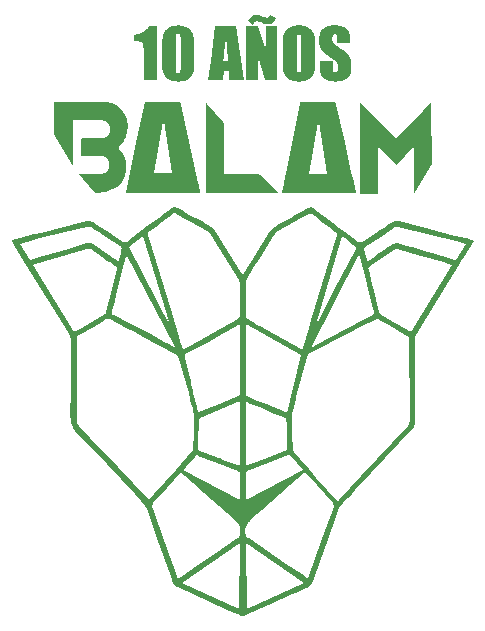
<source format=gbr>
%TF.GenerationSoftware,KiCad,Pcbnew,8.0.1*%
%TF.CreationDate,2024-05-14T10:47:47-06:00*%
%TF.ProjectId,Badge Balam,42616467-6520-4426-916c-616d2e6b6963,rev?*%
%TF.SameCoordinates,Original*%
%TF.FileFunction,Paste,Top*%
%TF.FilePolarity,Positive*%
%FSLAX46Y46*%
G04 Gerber Fmt 4.6, Leading zero omitted, Abs format (unit mm)*
G04 Created by KiCad (PCBNEW 8.0.1) date 2024-05-14 10:47:47*
%MOMM*%
%LPD*%
G01*
G04 APERTURE LIST*
%ADD10C,0.000000*%
G04 APERTURE END LIST*
D10*
%TO.C,G\u002A\u002A\u002A*%
G36*
X152320680Y-57776160D02*
G01*
X152320680Y-55715585D01*
X153312550Y-55715585D01*
X153312550Y-60287267D01*
X152271783Y-60287267D01*
X151653612Y-58209230D01*
X151653612Y-60287267D01*
X150658250Y-60287267D01*
X150658250Y-55715585D01*
X151653612Y-55715585D01*
X152320680Y-57776160D01*
G37*
G36*
X150459179Y-60287267D02*
G01*
X149243789Y-60287267D01*
X149180924Y-59466530D01*
X148754838Y-59466530D01*
X148684988Y-60287268D01*
X147455628Y-60287268D01*
X147672430Y-58656270D01*
X148737375Y-58656270D01*
X149145998Y-58656270D01*
X149100924Y-58245137D01*
X149055194Y-57787511D01*
X149009463Y-57284045D01*
X148964388Y-56735395D01*
X148881768Y-57348383D01*
X148816830Y-57872640D01*
X148768917Y-58308493D01*
X148737375Y-58656270D01*
X147672430Y-58656270D01*
X148063324Y-55715585D01*
X149778141Y-55715585D01*
X150459179Y-60287267D01*
G37*
G36*
X144887090Y-62093716D02*
G01*
X144917870Y-62096226D01*
X144932321Y-62098126D01*
X144946163Y-62100464D01*
X144959412Y-62103246D01*
X144972078Y-62106478D01*
X144984177Y-62110165D01*
X144995722Y-62114313D01*
X145006725Y-62118928D01*
X145017201Y-62124016D01*
X145027163Y-62129582D01*
X145036624Y-62135632D01*
X145045598Y-62142171D01*
X145054098Y-62149207D01*
X145062137Y-62156744D01*
X145069729Y-62164788D01*
X145076888Y-62173344D01*
X145083627Y-62182420D01*
X145089959Y-62192019D01*
X145095898Y-62202149D01*
X145101457Y-62212815D01*
X145106649Y-62224023D01*
X145111488Y-62235778D01*
X145115988Y-62248086D01*
X145124023Y-62274384D01*
X145130861Y-62302964D01*
X145136608Y-62333872D01*
X146596474Y-68952160D01*
X146638657Y-69162638D01*
X146682476Y-69373443D01*
X146729570Y-69590142D01*
X146781575Y-69818300D01*
X146767605Y-69804330D01*
X140474120Y-69804330D01*
X140828036Y-68117451D01*
X142842037Y-68117451D01*
X144399691Y-68117451D01*
X143676744Y-63695947D01*
X143620863Y-63695947D01*
X142842037Y-68117451D01*
X140828036Y-68117451D01*
X141283071Y-65948610D01*
X142105119Y-62092890D01*
X144853716Y-62092890D01*
X144887090Y-62093716D01*
G37*
G36*
X166357034Y-62602797D02*
G01*
X166398947Y-67366566D01*
X164883203Y-69933553D01*
X164883203Y-65864791D01*
X163451279Y-67422445D01*
X163454768Y-67422447D01*
X163412858Y-67436416D01*
X161809801Y-65920671D01*
X161809801Y-67282747D01*
X161851713Y-69762421D01*
X161851333Y-69780877D01*
X161850144Y-69798254D01*
X161848076Y-69814535D01*
X161846689Y-69822261D01*
X161845055Y-69829707D01*
X161843166Y-69836871D01*
X161841012Y-69843753D01*
X161838584Y-69850349D01*
X161835874Y-69856658D01*
X161832872Y-69862677D01*
X161829569Y-69868406D01*
X161825957Y-69873842D01*
X161822026Y-69878984D01*
X161817768Y-69883828D01*
X161813174Y-69888374D01*
X161808234Y-69892619D01*
X161802940Y-69896562D01*
X161797283Y-69900200D01*
X161791253Y-69903532D01*
X161784843Y-69906556D01*
X161778042Y-69909270D01*
X161770842Y-69911671D01*
X161763235Y-69913759D01*
X161755210Y-69915531D01*
X161746759Y-69916985D01*
X161737874Y-69918119D01*
X161728545Y-69918931D01*
X161718763Y-69919420D01*
X161708519Y-69919584D01*
X160304536Y-69919584D01*
X160304536Y-62166235D01*
X163381427Y-65155815D01*
X164863992Y-63633521D01*
X165607239Y-62869591D01*
X166357034Y-62092892D01*
X166357034Y-62602797D01*
G37*
G36*
X143121436Y-55715585D02*
G01*
X143121436Y-60287267D01*
X141979388Y-60287267D01*
X141979388Y-57835533D01*
X141978024Y-57597170D01*
X141973713Y-57411194D01*
X141970350Y-57337851D01*
X141966128Y-57277606D01*
X141961005Y-57230457D01*
X141954942Y-57196405D01*
X141951339Y-57183473D01*
X141947076Y-57170873D01*
X141942149Y-57158611D01*
X141936551Y-57146692D01*
X141930278Y-57135120D01*
X141923325Y-57123902D01*
X141915685Y-57113041D01*
X141907356Y-57102544D01*
X141898330Y-57092415D01*
X141888604Y-57082660D01*
X141878172Y-57073283D01*
X141867028Y-57064290D01*
X141855168Y-57055686D01*
X141842587Y-57047476D01*
X141829280Y-57039665D01*
X141815241Y-57032258D01*
X141799730Y-57025299D01*
X141782014Y-57018827D01*
X141762099Y-57012835D01*
X141739989Y-57007319D01*
X141715689Y-57002274D01*
X141689204Y-56997694D01*
X141660540Y-56993575D01*
X141629702Y-56989911D01*
X141596695Y-56986698D01*
X141561523Y-56983929D01*
X141524193Y-56981600D01*
X141484709Y-56979707D01*
X141399299Y-56977203D01*
X141305336Y-56976378D01*
X141193576Y-56976378D01*
X141193576Y-56442025D01*
X141295486Y-56418287D01*
X141394285Y-56391602D01*
X141489974Y-56361971D01*
X141582553Y-56329392D01*
X141672021Y-56293867D01*
X141758379Y-56255395D01*
X141841626Y-56213976D01*
X141921762Y-56169610D01*
X141998788Y-56122298D01*
X142072704Y-56072039D01*
X142143509Y-56018832D01*
X142211203Y-55962680D01*
X142275787Y-55903580D01*
X142337260Y-55841534D01*
X142395623Y-55776540D01*
X142450876Y-55708600D01*
X143121435Y-55708600D01*
X143121436Y-55715585D01*
G37*
G36*
X147251589Y-62176764D02*
G01*
X147268936Y-62192392D01*
X147290170Y-62212071D01*
X147313533Y-62234534D01*
X147325463Y-62246412D01*
X147337265Y-62258511D01*
X147348718Y-62270671D01*
X147359604Y-62282733D01*
X147369703Y-62294540D01*
X147378793Y-62305932D01*
X147708561Y-62659330D01*
X148036692Y-63016656D01*
X148361549Y-63376602D01*
X148681495Y-63737857D01*
X148691802Y-63751628D01*
X148701741Y-63766657D01*
X148711270Y-63782811D01*
X148720349Y-63799958D01*
X148728937Y-63817965D01*
X148736993Y-63836698D01*
X148744476Y-63856024D01*
X148751345Y-63875811D01*
X148757559Y-63895925D01*
X148763078Y-63916234D01*
X148767859Y-63936604D01*
X148771863Y-63956902D01*
X148775049Y-63976996D01*
X148777375Y-63996752D01*
X148778801Y-64016038D01*
X148779285Y-64034720D01*
X148779285Y-68229211D01*
X151629164Y-68229211D01*
X151650308Y-68229856D01*
X151671770Y-68231755D01*
X151693456Y-68234851D01*
X151715276Y-68239088D01*
X151737136Y-68244410D01*
X151758946Y-68250759D01*
X151780612Y-68258081D01*
X151802042Y-68266319D01*
X151823146Y-68275416D01*
X151843830Y-68285316D01*
X151864002Y-68295963D01*
X151883571Y-68307301D01*
X151902443Y-68319273D01*
X151920528Y-68331824D01*
X151937733Y-68344896D01*
X151953966Y-68358433D01*
X152283734Y-68672049D01*
X152611866Y-68991886D01*
X152936723Y-69313687D01*
X153256670Y-69633196D01*
X153264379Y-69641062D01*
X153271848Y-69648974D01*
X153286411Y-69665120D01*
X153316479Y-69699991D01*
X153333376Y-69719452D01*
X153352441Y-69740755D01*
X153363005Y-69752212D01*
X153374372Y-69764268D01*
X153386629Y-69776968D01*
X153399864Y-69790359D01*
X147235600Y-69790359D01*
X147235600Y-62162740D01*
X147251589Y-62176764D01*
G37*
G36*
X158030625Y-62079334D02*
G01*
X158050083Y-62080561D01*
X158068377Y-62082574D01*
X158085546Y-62085344D01*
X158101634Y-62088847D01*
X158116682Y-62093054D01*
X158130730Y-62097939D01*
X158143821Y-62103475D01*
X158155996Y-62109636D01*
X158167298Y-62116393D01*
X158177766Y-62123721D01*
X158187443Y-62131593D01*
X158196371Y-62139981D01*
X158204591Y-62148859D01*
X158212145Y-62158200D01*
X158219074Y-62167978D01*
X158225420Y-62178164D01*
X158231224Y-62188733D01*
X158236527Y-62199658D01*
X158241373Y-62210911D01*
X158249854Y-62234296D01*
X158257000Y-62258674D01*
X158263144Y-62283829D01*
X158268617Y-62309547D01*
X158278883Y-62361811D01*
X158919320Y-65197285D01*
X159567615Y-68030139D01*
X159761449Y-68898025D01*
X159965759Y-69786865D01*
X159965762Y-69790359D01*
X153700218Y-69790359D01*
X153771704Y-69431286D01*
X153839917Y-69076143D01*
X153969139Y-68372404D01*
X154005378Y-68190793D01*
X156008758Y-68190793D01*
X157552443Y-68190793D01*
X156829495Y-63769289D01*
X156787586Y-63769289D01*
X156008758Y-68190793D01*
X154005378Y-68190793D01*
X155188020Y-62264022D01*
X155193601Y-62236044D01*
X155199924Y-62210945D01*
X155203391Y-62199430D01*
X155207075Y-62188579D01*
X155210989Y-62178374D01*
X155215142Y-62168796D01*
X155219546Y-62159828D01*
X155224212Y-62151449D01*
X155229150Y-62143642D01*
X155234371Y-62136388D01*
X155239887Y-62129669D01*
X155245708Y-62123466D01*
X155251844Y-62117761D01*
X155258307Y-62112534D01*
X155265108Y-62107768D01*
X155272258Y-62103444D01*
X155279766Y-62099543D01*
X155287646Y-62096047D01*
X155295906Y-62092937D01*
X155304558Y-62090195D01*
X155313613Y-62087802D01*
X155323082Y-62085740D01*
X155343305Y-62082533D01*
X155365313Y-62080426D01*
X155389194Y-62079271D01*
X155415034Y-62078919D01*
X158009959Y-62078919D01*
X158030625Y-62079334D01*
G37*
G36*
X153179835Y-55034547D02*
G01*
X153163258Y-55069868D01*
X153146267Y-55103797D01*
X153128857Y-55136335D01*
X153111022Y-55167481D01*
X153092757Y-55197235D01*
X153074057Y-55225598D01*
X153054918Y-55252570D01*
X153035333Y-55278149D01*
X153015298Y-55302338D01*
X152994808Y-55325134D01*
X152973857Y-55346540D01*
X152952440Y-55366553D01*
X152930554Y-55385175D01*
X152908191Y-55402406D01*
X152885347Y-55418245D01*
X152862018Y-55432692D01*
X152838608Y-55446610D01*
X152815530Y-55459555D01*
X152792791Y-55471538D01*
X152770394Y-55482570D01*
X152748345Y-55492660D01*
X152726649Y-55501819D01*
X152705311Y-55510058D01*
X152684337Y-55517386D01*
X152663730Y-55523813D01*
X152643498Y-55529350D01*
X152623643Y-55534007D01*
X152604173Y-55537795D01*
X152585091Y-55540723D01*
X152566404Y-55542802D01*
X152548115Y-55544041D01*
X152530230Y-55544452D01*
X152505222Y-55544084D01*
X152479964Y-55542979D01*
X152454450Y-55541137D01*
X152428675Y-55538559D01*
X152402634Y-55535244D01*
X152376321Y-55531192D01*
X152349733Y-55526403D01*
X152322863Y-55520878D01*
X152295707Y-55514616D01*
X152268259Y-55507617D01*
X152240514Y-55499882D01*
X152212468Y-55491410D01*
X152184114Y-55482201D01*
X152155449Y-55472256D01*
X152126466Y-55461574D01*
X152097161Y-55450155D01*
X151887610Y-55369827D01*
X151839322Y-55350332D01*
X151794022Y-55333702D01*
X151751750Y-55319855D01*
X151712549Y-55308709D01*
X151676457Y-55300182D01*
X151659591Y-55296875D01*
X151643517Y-55294193D01*
X151628242Y-55292124D01*
X151613769Y-55290660D01*
X151600105Y-55289788D01*
X151587255Y-55289500D01*
X151574229Y-55289776D01*
X151561347Y-55290605D01*
X151548608Y-55291986D01*
X151536013Y-55293920D01*
X151523561Y-55296406D01*
X151511251Y-55299445D01*
X151499086Y-55303037D01*
X151487063Y-55307181D01*
X151475184Y-55311877D01*
X151463448Y-55317126D01*
X151451855Y-55322928D01*
X151440406Y-55329282D01*
X151429099Y-55336188D01*
X151417936Y-55343647D01*
X151406916Y-55351659D01*
X151396040Y-55360223D01*
X151374717Y-55379009D01*
X151353966Y-55400005D01*
X151333789Y-55423211D01*
X151314184Y-55448627D01*
X151295153Y-55476253D01*
X151276694Y-55506089D01*
X151258809Y-55538136D01*
X151241496Y-55572392D01*
X150794457Y-55275530D01*
X150833420Y-55209515D01*
X150873032Y-55147685D01*
X150913288Y-55090051D01*
X150954184Y-55036621D01*
X150995715Y-54987407D01*
X151037875Y-54942419D01*
X151080658Y-54901667D01*
X151124061Y-54865161D01*
X151168078Y-54832912D01*
X151212704Y-54804929D01*
X151257933Y-54781223D01*
X151303761Y-54761805D01*
X151350183Y-54746684D01*
X151397192Y-54735870D01*
X151444785Y-54729375D01*
X151492957Y-54727207D01*
X151518619Y-54727575D01*
X151544533Y-54728674D01*
X151570702Y-54730500D01*
X151597132Y-54733046D01*
X151623828Y-54736310D01*
X151650795Y-54740284D01*
X151678038Y-54744964D01*
X151705563Y-54750345D01*
X151733374Y-54756422D01*
X151761477Y-54763190D01*
X151789877Y-54770643D01*
X151818578Y-54778776D01*
X151876907Y-54797064D01*
X151936504Y-54818012D01*
X152111129Y-54884370D01*
X152164001Y-54903865D01*
X152212576Y-54920495D01*
X152256812Y-54934343D01*
X152296669Y-54945489D01*
X152332106Y-54954015D01*
X152363081Y-54960004D01*
X152389555Y-54963538D01*
X152401091Y-54964409D01*
X152411485Y-54964697D01*
X152440300Y-54963714D01*
X152454220Y-54962484D01*
X152467816Y-54960762D01*
X152481089Y-54958545D01*
X152494042Y-54955834D01*
X152506675Y-54952628D01*
X152518989Y-54948927D01*
X152530986Y-54944729D01*
X152542667Y-54940034D01*
X152554034Y-54934842D01*
X152565087Y-54929152D01*
X152575828Y-54922963D01*
X152586259Y-54916274D01*
X152596379Y-54909085D01*
X152606192Y-54901396D01*
X152615698Y-54893205D01*
X152624898Y-54884512D01*
X152633793Y-54875317D01*
X152642386Y-54865618D01*
X152650677Y-54855416D01*
X152658667Y-54844708D01*
X152666357Y-54833496D01*
X152673750Y-54821778D01*
X152687647Y-54796821D01*
X152700367Y-54769834D01*
X152711921Y-54740810D01*
X152722318Y-54709745D01*
X153179835Y-55034547D01*
G37*
G36*
X138926206Y-62114163D02*
G01*
X139005750Y-62122874D01*
X139085097Y-62136331D01*
X139164100Y-62154377D01*
X139242609Y-62176859D01*
X139320475Y-62203622D01*
X139397550Y-62234510D01*
X139473684Y-62269370D01*
X139548728Y-62308047D01*
X139622534Y-62350385D01*
X139694952Y-62396230D01*
X139765833Y-62445428D01*
X139902389Y-62553260D01*
X140031010Y-62672645D01*
X140150505Y-62802343D01*
X140259680Y-62941117D01*
X140357345Y-63087729D01*
X140401488Y-63163587D01*
X140442307Y-63240940D01*
X140479651Y-63319634D01*
X140513374Y-63399513D01*
X140543324Y-63480423D01*
X140569353Y-63562209D01*
X140591313Y-63644717D01*
X140609054Y-63727791D01*
X140622427Y-63811277D01*
X140631284Y-63895020D01*
X140638719Y-64048052D01*
X140638705Y-64198076D01*
X140631161Y-64345112D01*
X140616004Y-64489181D01*
X140593153Y-64630304D01*
X140562525Y-64768499D01*
X140524040Y-64903789D01*
X140477614Y-65036194D01*
X140423166Y-65165734D01*
X140360615Y-65292429D01*
X140289878Y-65416300D01*
X140210874Y-65537368D01*
X140123521Y-65655652D01*
X140027736Y-65771174D01*
X139923439Y-65883954D01*
X139815786Y-65988904D01*
X139871836Y-66035141D01*
X139943044Y-66099573D01*
X140010158Y-66166327D01*
X140073139Y-66235378D01*
X140131945Y-66306700D01*
X140186536Y-66380269D01*
X140236870Y-66456057D01*
X140282907Y-66534041D01*
X140324606Y-66614194D01*
X140361925Y-66696490D01*
X140394824Y-66780904D01*
X140423262Y-66867411D01*
X140447198Y-66955985D01*
X140466591Y-67046600D01*
X140481400Y-67139230D01*
X140491584Y-67233851D01*
X140498678Y-67375978D01*
X140501023Y-67512982D01*
X140498700Y-67644958D01*
X140491789Y-67772002D01*
X140480371Y-67894209D01*
X140464526Y-68011674D01*
X140444335Y-68124493D01*
X140419879Y-68232760D01*
X140391238Y-68336571D01*
X140358492Y-68436021D01*
X140321723Y-68531206D01*
X140281011Y-68622221D01*
X140236436Y-68709161D01*
X140188079Y-68792121D01*
X140136021Y-68871197D01*
X140080342Y-68946485D01*
X140021123Y-69018078D01*
X139958444Y-69086073D01*
X139892386Y-69150565D01*
X139823029Y-69211648D01*
X139750455Y-69269420D01*
X139674743Y-69323974D01*
X139595975Y-69375406D01*
X139514230Y-69423811D01*
X139429589Y-69469285D01*
X139342134Y-69511922D01*
X139159100Y-69589070D01*
X138965773Y-69656017D01*
X138762797Y-69713525D01*
X138686357Y-69729160D01*
X138597230Y-69744303D01*
X138497462Y-69758464D01*
X138389099Y-69771152D01*
X138274187Y-69781875D01*
X138154774Y-69790142D01*
X138032905Y-69795463D01*
X137910626Y-69797345D01*
X137720749Y-69604671D01*
X137533654Y-69409132D01*
X137349507Y-69210810D01*
X137168470Y-69009787D01*
X136990707Y-68806144D01*
X136816382Y-68599964D01*
X136645659Y-68391328D01*
X136478701Y-68180318D01*
X137924596Y-68180318D01*
X137983382Y-68180891D01*
X138041922Y-68182283D01*
X138158594Y-68185557D01*
X138216888Y-68186457D01*
X138275265Y-68186212D01*
X138333805Y-68184329D01*
X138392591Y-68180318D01*
X138479818Y-68167341D01*
X138521087Y-68158973D01*
X138560804Y-68149350D01*
X138598975Y-68138468D01*
X138635610Y-68126324D01*
X138670714Y-68112917D01*
X138704297Y-68098244D01*
X138736365Y-68082303D01*
X138766926Y-68065089D01*
X138795989Y-68046602D01*
X138823560Y-68026839D01*
X138849648Y-68005797D01*
X138874259Y-67983473D01*
X138897403Y-67959865D01*
X138919086Y-67934970D01*
X138939315Y-67908786D01*
X138958100Y-67881310D01*
X138975447Y-67852540D01*
X138991364Y-67822473D01*
X139005859Y-67791107D01*
X139018939Y-67758438D01*
X139030612Y-67724465D01*
X139040887Y-67689185D01*
X139049769Y-67652595D01*
X139057268Y-67614693D01*
X139063390Y-67575477D01*
X139068144Y-67534942D01*
X139073578Y-67449912D01*
X139073629Y-67359581D01*
X139071495Y-67322558D01*
X139067732Y-67286163D01*
X139062367Y-67250434D01*
X139055429Y-67215406D01*
X139046947Y-67181115D01*
X139036947Y-67147596D01*
X139025459Y-67114885D01*
X139012510Y-67083018D01*
X138998128Y-67052032D01*
X138982343Y-67021961D01*
X138965181Y-66992842D01*
X138946671Y-66964710D01*
X138926841Y-66937601D01*
X138905719Y-66911552D01*
X138883334Y-66886597D01*
X138859713Y-66862773D01*
X138834885Y-66840115D01*
X138808877Y-66818660D01*
X138781719Y-66798442D01*
X138753437Y-66779499D01*
X138724061Y-66761865D01*
X138693618Y-66745576D01*
X138662136Y-66730669D01*
X138629644Y-66717179D01*
X138596170Y-66705142D01*
X138561742Y-66694594D01*
X138526388Y-66685570D01*
X138490136Y-66678107D01*
X138453014Y-66672240D01*
X138415050Y-66668005D01*
X138376273Y-66665437D01*
X138336711Y-66664574D01*
X138197434Y-66660562D01*
X138057420Y-66658680D01*
X137776165Y-66659335D01*
X137215619Y-66664574D01*
X136719684Y-66664574D01*
X136719684Y-65330438D01*
X136717890Y-65302303D01*
X136717780Y-65276761D01*
X136718371Y-65264930D01*
X136719400Y-65253706D01*
X136720872Y-65243077D01*
X136722794Y-65233030D01*
X136725171Y-65223550D01*
X136728010Y-65214625D01*
X136731315Y-65206241D01*
X136735093Y-65198385D01*
X136739349Y-65191042D01*
X136744089Y-65184201D01*
X136749319Y-65177846D01*
X136755045Y-65171966D01*
X136761272Y-65166546D01*
X136768006Y-65161573D01*
X136775253Y-65157033D01*
X136783019Y-65152914D01*
X136791309Y-65149201D01*
X136800129Y-65145882D01*
X136809486Y-65142942D01*
X136819383Y-65140369D01*
X136829829Y-65138149D01*
X136840827Y-65136269D01*
X136864506Y-65133473D01*
X136890467Y-65131874D01*
X136918756Y-65131365D01*
X137098893Y-65140588D01*
X137278047Y-65147518D01*
X137634719Y-65155813D01*
X137991391Y-65158869D01*
X138350681Y-65159305D01*
X138391553Y-65159871D01*
X138431640Y-65158961D01*
X138470913Y-65156593D01*
X138509344Y-65152784D01*
X138546906Y-65147553D01*
X138583570Y-65140918D01*
X138619308Y-65132897D01*
X138654092Y-65123507D01*
X138687894Y-65112766D01*
X138720685Y-65100693D01*
X138752438Y-65087305D01*
X138783124Y-65072620D01*
X138812715Y-65056656D01*
X138841183Y-65039431D01*
X138868500Y-65020963D01*
X138894638Y-65001269D01*
X138919568Y-64980368D01*
X138943263Y-64958278D01*
X138965695Y-64935016D01*
X138986834Y-64910601D01*
X139006654Y-64885049D01*
X139025126Y-64858380D01*
X139042221Y-64830611D01*
X139057912Y-64801760D01*
X139072171Y-64771845D01*
X139084969Y-64740883D01*
X139096278Y-64708894D01*
X139106071Y-64675894D01*
X139114318Y-64641901D01*
X139120992Y-64606934D01*
X139126065Y-64571010D01*
X139129509Y-64534147D01*
X139131381Y-64485343D01*
X139131756Y-64437816D01*
X139130633Y-64391578D01*
X139128008Y-64346637D01*
X139123879Y-64303003D01*
X139118243Y-64260686D01*
X139111098Y-64219695D01*
X139102442Y-64180041D01*
X139092271Y-64141731D01*
X139080583Y-64104777D01*
X139067376Y-64069187D01*
X139052646Y-64034972D01*
X139036393Y-64002141D01*
X139018612Y-63970703D01*
X138999301Y-63940668D01*
X138978458Y-63912046D01*
X138956080Y-63884846D01*
X138932165Y-63859078D01*
X138906711Y-63834751D01*
X138879713Y-63811875D01*
X138851171Y-63790460D01*
X138821081Y-63770515D01*
X138789441Y-63752050D01*
X138756248Y-63735074D01*
X138721500Y-63719598D01*
X138685194Y-63705629D01*
X138647328Y-63693179D01*
X138607898Y-63682257D01*
X138566904Y-63672872D01*
X138524341Y-63665034D01*
X138480208Y-63658753D01*
X138434501Y-63654037D01*
X135968796Y-63654037D01*
X135968796Y-67453878D01*
X135951327Y-67427533D01*
X135933162Y-67400944D01*
X135895890Y-67347356D01*
X135877357Y-67320521D01*
X135859274Y-67293768D01*
X135841927Y-67267179D01*
X135825604Y-67240835D01*
X134477499Y-64974202D01*
X134446285Y-64921269D01*
X134431087Y-64894516D01*
X134416380Y-64867681D01*
X134402329Y-64840846D01*
X134389095Y-64814093D01*
X134376844Y-64787503D01*
X134365739Y-64761159D01*
X134365739Y-62337364D01*
X134363796Y-62306613D01*
X134363290Y-62278476D01*
X134364350Y-62252867D01*
X134365507Y-62240982D01*
X134367103Y-62229697D01*
X134369155Y-62219001D01*
X134371678Y-62208881D01*
X134374688Y-62199329D01*
X134378202Y-62190332D01*
X134382234Y-62181880D01*
X134386802Y-62173961D01*
X134391922Y-62166566D01*
X134397608Y-62159684D01*
X134403878Y-62153302D01*
X134410747Y-62147411D01*
X134418231Y-62142000D01*
X134426346Y-62137058D01*
X134435109Y-62132573D01*
X134444534Y-62128535D01*
X134454639Y-62124934D01*
X134465439Y-62121757D01*
X134476950Y-62118996D01*
X134489188Y-62116637D01*
X134502169Y-62114672D01*
X134515910Y-62113088D01*
X134545732Y-62111022D01*
X134578781Y-62110352D01*
X138846617Y-62110352D01*
X138926206Y-62114163D01*
G37*
G36*
X144935464Y-55628804D02*
G01*
X144981631Y-55630394D01*
X145027142Y-55633038D01*
X145071999Y-55636731D01*
X145116201Y-55641468D01*
X145159748Y-55647243D01*
X145202640Y-55654051D01*
X145244878Y-55661888D01*
X145286460Y-55670748D01*
X145327388Y-55680626D01*
X145367661Y-55691517D01*
X145407279Y-55703416D01*
X145446242Y-55716318D01*
X145484550Y-55730217D01*
X145522203Y-55745109D01*
X145559202Y-55760988D01*
X145595915Y-55777603D01*
X145631405Y-55794705D01*
X145665678Y-55812288D01*
X145698738Y-55830347D01*
X145730591Y-55848876D01*
X145761242Y-55867870D01*
X145790695Y-55887326D01*
X145818957Y-55907236D01*
X145846031Y-55927597D01*
X145871924Y-55948403D01*
X145896640Y-55969648D01*
X145920185Y-55991329D01*
X145942563Y-56013439D01*
X145963780Y-56035974D01*
X145983841Y-56058929D01*
X146002750Y-56082298D01*
X146020717Y-56106076D01*
X146037948Y-56130258D01*
X146054441Y-56154840D01*
X146070199Y-56179815D01*
X146085219Y-56205179D01*
X146099503Y-56230927D01*
X146113050Y-56257053D01*
X146125860Y-56283553D01*
X146137934Y-56310421D01*
X146149271Y-56337653D01*
X146159871Y-56365242D01*
X146169735Y-56393185D01*
X146178862Y-56421475D01*
X146187252Y-56450108D01*
X146194905Y-56479079D01*
X146201822Y-56508383D01*
X146208166Y-56538995D01*
X146214100Y-56571889D01*
X146224742Y-56644481D01*
X146233746Y-56726077D01*
X146241113Y-56816596D01*
X146246843Y-56915955D01*
X146250936Y-57024072D01*
X146253392Y-57140866D01*
X146254210Y-57266255D01*
X146257701Y-57262762D01*
X146257701Y-58788985D01*
X146256876Y-58914230D01*
X146254372Y-59030677D01*
X146250150Y-59138364D01*
X146244168Y-59237334D01*
X146236385Y-59327628D01*
X146226760Y-59409285D01*
X146215252Y-59482348D01*
X146201821Y-59546857D01*
X146194167Y-59576242D01*
X146185607Y-59605452D01*
X146176136Y-59634478D01*
X146165750Y-59663310D01*
X146154443Y-59691938D01*
X146142210Y-59720350D01*
X146129045Y-59748537D01*
X146114945Y-59776489D01*
X146099903Y-59804196D01*
X146083915Y-59831646D01*
X146066975Y-59858831D01*
X146049078Y-59885739D01*
X146030220Y-59912361D01*
X146010395Y-59938686D01*
X145989598Y-59964704D01*
X145967823Y-59990405D01*
X145945272Y-60015533D01*
X145922148Y-60039832D01*
X145898451Y-60063292D01*
X145874181Y-60085903D01*
X145849338Y-60107655D01*
X145823922Y-60128536D01*
X145797933Y-60148538D01*
X145771371Y-60167650D01*
X145744236Y-60185861D01*
X145716528Y-60203161D01*
X145688247Y-60219541D01*
X145659393Y-60234989D01*
X145629966Y-60249497D01*
X145599966Y-60263052D01*
X145569393Y-60275646D01*
X145538247Y-60287268D01*
X145506570Y-60298072D01*
X145474407Y-60308216D01*
X145441762Y-60317695D01*
X145408642Y-60326504D01*
X145375052Y-60334637D01*
X145340996Y-60342090D01*
X145306479Y-60348858D01*
X145271507Y-60354935D01*
X145236085Y-60360316D01*
X145200218Y-60364996D01*
X145163910Y-60368970D01*
X145127168Y-60372234D01*
X145089997Y-60374780D01*
X145052400Y-60376606D01*
X145014384Y-60377705D01*
X144975954Y-60378073D01*
X144875927Y-60376599D01*
X144780156Y-60372179D01*
X144688641Y-60364812D01*
X144601383Y-60354498D01*
X144518382Y-60341238D01*
X144439637Y-60325030D01*
X144365148Y-60305876D01*
X144329500Y-60295194D01*
X144294916Y-60283775D01*
X144261313Y-60271578D01*
X144228606Y-60258557D01*
X144196789Y-60244707D01*
X144165857Y-60230023D01*
X144135805Y-60214501D01*
X144106628Y-60198134D01*
X144078320Y-60180918D01*
X144050877Y-60162847D01*
X144024294Y-60143917D01*
X143998565Y-60124123D01*
X143973685Y-60103459D01*
X143949649Y-60081920D01*
X143926453Y-60059501D01*
X143904090Y-60036196D01*
X143882556Y-60012002D01*
X143861845Y-59986913D01*
X143841913Y-59961907D01*
X143822718Y-59936667D01*
X143804260Y-59911201D01*
X143786538Y-59885521D01*
X143769553Y-59859636D01*
X143753305Y-59833556D01*
X143737794Y-59807293D01*
X143723019Y-59780855D01*
X143708981Y-59754254D01*
X143695679Y-59727499D01*
X143683115Y-59700601D01*
X143671286Y-59673570D01*
X143660195Y-59646416D01*
X143649840Y-59619150D01*
X143640222Y-59591781D01*
X143631341Y-59564320D01*
X143623113Y-59535754D01*
X143615454Y-59505070D01*
X143608357Y-59472279D01*
X143601818Y-59437390D01*
X143595832Y-59400413D01*
X143590392Y-59361359D01*
X143581136Y-59277062D01*
X143574008Y-59184579D01*
X143570285Y-59110295D01*
X144707031Y-59110295D01*
X144707679Y-59204913D01*
X144709596Y-59289668D01*
X144712740Y-59364518D01*
X144717072Y-59429422D01*
X144722550Y-59484340D01*
X144729132Y-59529231D01*
X144736779Y-59564054D01*
X144740988Y-59577677D01*
X144745448Y-59588767D01*
X144747832Y-59593914D01*
X144750400Y-59598878D01*
X144753150Y-59603660D01*
X144756083Y-59608263D01*
X144759197Y-59612685D01*
X144762493Y-59616931D01*
X144765968Y-59620999D01*
X144769623Y-59624893D01*
X144773458Y-59628612D01*
X144777471Y-59632159D01*
X144781661Y-59635535D01*
X144786029Y-59638740D01*
X144790573Y-59641777D01*
X144795293Y-59644646D01*
X144800188Y-59647348D01*
X144805258Y-59649886D01*
X144810502Y-59652260D01*
X144815919Y-59654472D01*
X144821509Y-59656522D01*
X144827271Y-59658413D01*
X144833204Y-59660145D01*
X144839308Y-59661719D01*
X144845582Y-59663138D01*
X144852025Y-59664402D01*
X144858638Y-59665512D01*
X144865418Y-59666470D01*
X144872366Y-59667278D01*
X144879481Y-59667935D01*
X144894209Y-59668807D01*
X144909597Y-59669095D01*
X144924986Y-59668726D01*
X144939720Y-59667621D01*
X144953800Y-59665780D01*
X144967224Y-59663201D01*
X144979993Y-59659886D01*
X144992108Y-59655834D01*
X145003568Y-59651046D01*
X145014372Y-59645520D01*
X145024522Y-59639258D01*
X145034018Y-59632260D01*
X145042858Y-59624524D01*
X145051044Y-59616052D01*
X145058574Y-59606844D01*
X145065450Y-59596898D01*
X145071671Y-59586216D01*
X145077237Y-59574797D01*
X145082273Y-59562029D01*
X145086910Y-59547307D01*
X145091158Y-59530641D01*
X145095027Y-59512041D01*
X145098528Y-59491517D01*
X145101671Y-59469081D01*
X145104466Y-59444740D01*
X145106924Y-59418508D01*
X145109054Y-59390392D01*
X145110866Y-59360404D01*
X145113581Y-59294851D01*
X145115150Y-59221932D01*
X145115655Y-59141727D01*
X145115655Y-56875095D01*
X145115654Y-56878587D01*
X145115156Y-56791316D01*
X145113634Y-56712803D01*
X145111049Y-56642966D01*
X145107359Y-56581725D01*
X145102522Y-56528996D01*
X145096499Y-56484699D01*
X145089248Y-56448751D01*
X145085149Y-56433882D01*
X145080728Y-56421070D01*
X145078344Y-56415278D01*
X145075777Y-56409690D01*
X145073026Y-56404304D01*
X145070094Y-56399119D01*
X145066980Y-56394133D01*
X145063684Y-56389346D01*
X145060209Y-56384755D01*
X145056554Y-56380360D01*
X145052719Y-56376160D01*
X145048707Y-56372153D01*
X145044516Y-56368337D01*
X145040149Y-56364712D01*
X145035604Y-56361277D01*
X145030884Y-56358029D01*
X145025989Y-56354969D01*
X145020919Y-56352093D01*
X145015675Y-56349402D01*
X145010258Y-56346894D01*
X145004669Y-56344567D01*
X144998907Y-56342421D01*
X144992974Y-56340453D01*
X144986870Y-56338664D01*
X144980596Y-56337051D01*
X144974152Y-56335613D01*
X144967540Y-56334349D01*
X144960759Y-56333258D01*
X144953811Y-56332338D01*
X144946696Y-56331588D01*
X144931968Y-56330594D01*
X144916580Y-56330265D01*
X144901191Y-56330634D01*
X144886457Y-56331745D01*
X144872378Y-56333603D01*
X144858954Y-56336213D01*
X144846184Y-56339580D01*
X144834070Y-56343710D01*
X144822610Y-56348607D01*
X144811805Y-56354276D01*
X144801655Y-56360723D01*
X144792160Y-56367953D01*
X144783320Y-56375970D01*
X144775134Y-56384781D01*
X144767604Y-56394389D01*
X144760728Y-56404801D01*
X144754507Y-56416021D01*
X144748940Y-56428055D01*
X144743865Y-56441479D01*
X144739118Y-56456868D01*
X144734698Y-56474222D01*
X144730605Y-56493540D01*
X144726839Y-56514822D01*
X144723402Y-56538069D01*
X144720291Y-56563280D01*
X144717508Y-56590456D01*
X144715052Y-56619597D01*
X144712924Y-56650702D01*
X144709650Y-56718806D01*
X144707686Y-56794768D01*
X144707031Y-56878588D01*
X144707031Y-59110295D01*
X143570285Y-59110295D01*
X143568967Y-59083992D01*
X143565972Y-58975384D01*
X143564983Y-58858835D01*
X143564983Y-57262763D01*
X143566627Y-57110511D01*
X143571586Y-56968083D01*
X143579901Y-56835477D01*
X143591614Y-56712694D01*
X143606764Y-56599733D01*
X143625393Y-56496596D01*
X143647542Y-56403280D01*
X143659949Y-56360306D01*
X143673252Y-56319788D01*
X143687823Y-56280988D01*
X143704036Y-56243171D01*
X143721897Y-56206336D01*
X143741410Y-56170483D01*
X143762581Y-56135613D01*
X143785414Y-56101725D01*
X143809915Y-56068819D01*
X143836089Y-56036895D01*
X143863942Y-56005954D01*
X143893477Y-55975995D01*
X143924701Y-55947018D01*
X143957618Y-55919023D01*
X143992234Y-55892011D01*
X144028553Y-55865981D01*
X144066581Y-55840933D01*
X144106323Y-55816868D01*
X144147454Y-55794030D01*
X144189644Y-55772666D01*
X144232888Y-55752775D01*
X144277182Y-55734357D01*
X144322518Y-55717413D01*
X144368894Y-55701943D01*
X144416302Y-55687945D01*
X144464739Y-55675421D01*
X144514200Y-55664371D01*
X144564678Y-55654794D01*
X144616170Y-55646690D01*
X144668669Y-55640060D01*
X144722171Y-55634903D01*
X144776671Y-55631219D01*
X144832163Y-55629009D01*
X144888643Y-55628273D01*
X144935464Y-55628804D01*
G37*
G36*
X155223194Y-55623095D02*
G01*
X155268778Y-55625362D01*
X155313317Y-55628545D01*
X155356875Y-55632649D01*
X155399511Y-55637679D01*
X155441288Y-55643640D01*
X155482267Y-55650537D01*
X155522509Y-55658376D01*
X155562076Y-55667161D01*
X155601029Y-55676897D01*
X155639429Y-55687590D01*
X155677339Y-55699245D01*
X155714818Y-55711867D01*
X155751929Y-55725461D01*
X155788734Y-55740032D01*
X155824954Y-55755545D01*
X155860274Y-55771963D01*
X155894694Y-55789292D01*
X155928214Y-55807536D01*
X155960834Y-55826701D01*
X155992553Y-55846792D01*
X156023371Y-55867815D01*
X156053289Y-55889773D01*
X156082307Y-55912673D01*
X156110425Y-55936520D01*
X156137642Y-55961318D01*
X156163958Y-55987072D01*
X156189375Y-56013789D01*
X156213891Y-56041472D01*
X156237506Y-56070127D01*
X156260221Y-56099760D01*
X156281913Y-56130046D01*
X156302464Y-56160660D01*
X156321880Y-56191602D01*
X156340165Y-56222871D01*
X156357325Y-56254467D01*
X156373364Y-56286390D01*
X156388288Y-56318641D01*
X156402102Y-56351220D01*
X156414811Y-56384126D01*
X156426420Y-56417359D01*
X156436934Y-56450920D01*
X156446359Y-56484808D01*
X156454699Y-56519024D01*
X156461960Y-56553567D01*
X156468146Y-56588437D01*
X156473263Y-56623635D01*
X156480780Y-56700913D01*
X156487559Y-56791329D01*
X156493521Y-56894924D01*
X156498582Y-57011739D01*
X156502661Y-57141814D01*
X156505676Y-57285191D01*
X156507545Y-57441910D01*
X156508187Y-57612012D01*
X156508187Y-58394333D01*
X156506222Y-58714551D01*
X156500329Y-58983692D01*
X156490507Y-59201755D01*
X156484122Y-59291632D01*
X156476756Y-59368740D01*
X156472255Y-59404552D01*
X156466619Y-59439954D01*
X156459858Y-59474947D01*
X156451981Y-59509531D01*
X156442999Y-59543706D01*
X156432922Y-59577471D01*
X156421760Y-59610827D01*
X156409525Y-59643774D01*
X156396225Y-59676312D01*
X156381871Y-59708440D01*
X156366474Y-59740159D01*
X156350043Y-59771469D01*
X156332589Y-59802369D01*
X156314123Y-59832860D01*
X156294653Y-59862942D01*
X156274191Y-59892615D01*
X156252131Y-59921672D01*
X156229170Y-59949907D01*
X156205309Y-59977312D01*
X156180548Y-60003883D01*
X156154886Y-60029616D01*
X156128324Y-60054504D01*
X156100861Y-60078543D01*
X156072498Y-60101728D01*
X156043235Y-60124053D01*
X156013071Y-60145514D01*
X155982007Y-60166105D01*
X155950043Y-60185821D01*
X155917178Y-60204657D01*
X155883412Y-60222608D01*
X155848747Y-60239669D01*
X155813180Y-60255834D01*
X155776180Y-60271060D01*
X155738515Y-60285303D01*
X155700174Y-60298563D01*
X155661148Y-60310842D01*
X155621426Y-60322138D01*
X155580998Y-60332451D01*
X155539853Y-60341783D01*
X155497983Y-60350132D01*
X155455375Y-60357499D01*
X155412021Y-60363884D01*
X155367909Y-60369286D01*
X155323030Y-60373707D01*
X155277373Y-60377144D01*
X155230929Y-60379600D01*
X155183686Y-60381073D01*
X155135635Y-60381565D01*
X155041091Y-60379757D01*
X154995507Y-60377490D01*
X154950968Y-60374307D01*
X154907410Y-60370203D01*
X154864774Y-60365173D01*
X154822997Y-60359212D01*
X154782018Y-60352315D01*
X154741776Y-60344476D01*
X154702209Y-60335691D01*
X154663256Y-60325955D01*
X154624856Y-60315262D01*
X154586946Y-60303607D01*
X154549467Y-60290985D01*
X154512356Y-60277391D01*
X154475551Y-60262820D01*
X154439331Y-60247307D01*
X154404011Y-60230889D01*
X154369591Y-60213561D01*
X154336071Y-60195316D01*
X154303452Y-60176151D01*
X154271733Y-60156060D01*
X154240914Y-60135037D01*
X154210996Y-60113079D01*
X154181978Y-60090179D01*
X154153860Y-60066332D01*
X154126643Y-60041534D01*
X154100327Y-60015780D01*
X154074910Y-59989063D01*
X154050395Y-59961380D01*
X154026779Y-59932725D01*
X154004064Y-59903092D01*
X153982372Y-59872806D01*
X153961821Y-59842192D01*
X153942405Y-59811250D01*
X153924120Y-59779982D01*
X153906960Y-59748385D01*
X153890921Y-59716462D01*
X153875997Y-59684211D01*
X153862183Y-59651632D01*
X153849474Y-59618726D01*
X153837865Y-59585493D01*
X153827351Y-59551932D01*
X153817926Y-59518044D01*
X153809586Y-59483828D01*
X153802325Y-59449285D01*
X153796139Y-59414415D01*
X153791022Y-59379217D01*
X153783505Y-59301939D01*
X153776726Y-59211523D01*
X153770764Y-59107928D01*
X153767235Y-59026475D01*
X154947039Y-59026475D01*
X154947530Y-59121264D01*
X154949003Y-59206557D01*
X154951459Y-59282355D01*
X154954897Y-59348658D01*
X154959317Y-59405466D01*
X154964719Y-59452778D01*
X154971103Y-59490595D01*
X154978470Y-59518917D01*
X154980526Y-59524719D01*
X154982765Y-59530336D01*
X154985186Y-59535769D01*
X154987787Y-59541018D01*
X154990568Y-59546083D01*
X154993526Y-59550964D01*
X154996661Y-59555660D01*
X154999970Y-59560173D01*
X155003454Y-59564501D01*
X155007111Y-59568645D01*
X155010938Y-59572604D01*
X155014936Y-59576380D01*
X155019103Y-59579971D01*
X155023437Y-59583379D01*
X155027938Y-59586602D01*
X155032604Y-59589641D01*
X155037433Y-59592495D01*
X155042425Y-59595166D01*
X155047578Y-59597652D01*
X155052890Y-59599954D01*
X155058362Y-59602072D01*
X155063990Y-59604006D01*
X155069775Y-59605756D01*
X155075715Y-59607321D01*
X155081807Y-59608703D01*
X155088053Y-59609900D01*
X155094449Y-59610913D01*
X155100994Y-59611742D01*
X155107688Y-59612386D01*
X155114530Y-59612847D01*
X155128648Y-59613215D01*
X155142806Y-59612805D01*
X155156451Y-59611571D01*
X155169565Y-59609509D01*
X155182127Y-59606612D01*
X155194115Y-59602877D01*
X155205510Y-59598297D01*
X155216291Y-59592868D01*
X155221445Y-59589833D01*
X155226437Y-59586585D01*
X155231266Y-59583121D01*
X155235929Y-59579442D01*
X155240423Y-59575547D01*
X155244746Y-59571435D01*
X155248894Y-59567105D01*
X155252866Y-59562557D01*
X155256659Y-59557791D01*
X155260271Y-59552806D01*
X155263698Y-59547600D01*
X155266939Y-59542174D01*
X155269990Y-59536526D01*
X155272850Y-59530657D01*
X155275515Y-59524565D01*
X155277983Y-59518250D01*
X155282318Y-59504947D01*
X155286164Y-59490664D01*
X155289835Y-59474013D01*
X155293323Y-59454998D01*
X155296616Y-59433624D01*
X155299704Y-59409897D01*
X155302578Y-59383822D01*
X155307639Y-59324647D01*
X155311718Y-59256141D01*
X155314733Y-59178344D01*
X155316603Y-59091298D01*
X155317244Y-58995043D01*
X155317244Y-56892558D01*
X155320736Y-56889065D01*
X155320238Y-56812776D01*
X155318717Y-56743690D01*
X155316132Y-56681807D01*
X155312442Y-56627127D01*
X155307606Y-56579651D01*
X155301583Y-56539378D01*
X155294332Y-56506309D01*
X155290234Y-56492475D01*
X155285813Y-56480442D01*
X155283449Y-56474968D01*
X155280943Y-56469677D01*
X155278293Y-56464570D01*
X155275499Y-56459644D01*
X155272563Y-56454900D01*
X155269483Y-56450337D01*
X155266260Y-56445955D01*
X155262893Y-56441752D01*
X155259384Y-56437728D01*
X155255731Y-56433883D01*
X155251935Y-56430215D01*
X155247996Y-56426725D01*
X155243913Y-56423411D01*
X155239687Y-56420273D01*
X155235318Y-56417310D01*
X155230806Y-56414521D01*
X155226150Y-56411907D01*
X155221351Y-56409466D01*
X155216409Y-56407198D01*
X155211324Y-56405101D01*
X155206095Y-56403176D01*
X155200724Y-56401422D01*
X155195208Y-56399838D01*
X155189550Y-56398423D01*
X155183749Y-56397177D01*
X155177804Y-56396100D01*
X155171716Y-56395190D01*
X155165484Y-56394446D01*
X155159110Y-56393869D01*
X155152592Y-56393458D01*
X155139127Y-56393130D01*
X155127542Y-56393416D01*
X155116357Y-56394276D01*
X155105561Y-56395708D01*
X155095143Y-56397714D01*
X155085094Y-56400292D01*
X155075403Y-56403444D01*
X155066059Y-56407168D01*
X155057054Y-56411465D01*
X155048375Y-56416336D01*
X155040014Y-56421779D01*
X155031960Y-56427796D01*
X155024203Y-56434385D01*
X155016732Y-56441547D01*
X155009537Y-56449283D01*
X155002608Y-56457591D01*
X154995935Y-56466472D01*
X154990206Y-56476706D01*
X154984810Y-56489078D01*
X154979751Y-56503599D01*
X154975035Y-56520279D01*
X154970667Y-56539128D01*
X154966651Y-56560156D01*
X154962994Y-56583374D01*
X154959700Y-56608792D01*
X154956775Y-56636420D01*
X154954222Y-56666268D01*
X154952049Y-56698347D01*
X154950259Y-56732666D01*
X154948858Y-56769237D01*
X154947851Y-56808069D01*
X154947242Y-56849172D01*
X154947039Y-56892557D01*
X154947039Y-59026475D01*
X153767235Y-59026475D01*
X153765703Y-58991113D01*
X153761624Y-58861038D01*
X153758609Y-58717661D01*
X153756740Y-58560942D01*
X153756099Y-58390840D01*
X153756099Y-57608520D01*
X153758063Y-57288301D01*
X153763956Y-57019161D01*
X153773778Y-56801098D01*
X153780163Y-56711220D01*
X153787529Y-56634112D01*
X153792030Y-56598301D01*
X153797666Y-56562898D01*
X153804428Y-56527905D01*
X153812304Y-56493321D01*
X153821286Y-56459146D01*
X153831363Y-56425381D01*
X153842525Y-56392025D01*
X153854761Y-56359078D01*
X153868061Y-56326541D01*
X153882414Y-56294412D01*
X153897812Y-56262693D01*
X153914243Y-56231384D01*
X153931697Y-56200483D01*
X153950164Y-56169992D01*
X153969634Y-56139910D01*
X153990096Y-56110237D01*
X154012156Y-56081180D01*
X154035117Y-56052945D01*
X154058977Y-56025540D01*
X154083739Y-55998969D01*
X154109400Y-55973236D01*
X154135962Y-55948348D01*
X154163424Y-55924309D01*
X154191787Y-55901124D01*
X154221050Y-55878799D01*
X154251214Y-55857338D01*
X154282278Y-55836747D01*
X154314242Y-55817031D01*
X154347107Y-55798195D01*
X154380873Y-55780244D01*
X154415538Y-55763183D01*
X154451105Y-55747018D01*
X154488105Y-55731792D01*
X154525770Y-55717550D01*
X154564111Y-55704289D01*
X154603137Y-55692011D01*
X154642859Y-55680715D01*
X154683287Y-55670401D01*
X154724432Y-55661069D01*
X154766302Y-55652720D01*
X154808910Y-55645353D01*
X154852264Y-55638968D01*
X154896376Y-55633566D01*
X154941255Y-55629146D01*
X154986912Y-55625708D01*
X155033356Y-55623252D01*
X155080599Y-55621779D01*
X155128650Y-55621287D01*
X155223194Y-55623095D01*
G37*
G36*
X158199806Y-55614875D02*
G01*
X158255946Y-55616600D01*
X158311084Y-55619482D01*
X158365209Y-55623524D01*
X158418311Y-55628733D01*
X158470380Y-55635113D01*
X158521405Y-55642671D01*
X158571376Y-55651409D01*
X158620283Y-55661335D01*
X158668115Y-55672453D01*
X158714863Y-55684768D01*
X158760517Y-55698285D01*
X158805065Y-55713010D01*
X158848498Y-55728947D01*
X158890805Y-55746102D01*
X158931976Y-55764479D01*
X158971757Y-55783756D01*
X159009890Y-55803606D01*
X159046365Y-55824029D01*
X159081173Y-55845025D01*
X159114302Y-55866594D01*
X159145743Y-55888736D01*
X159175486Y-55911451D01*
X159203520Y-55934739D01*
X159229834Y-55958599D01*
X159254420Y-55983033D01*
X159277266Y-56008040D01*
X159298362Y-56033620D01*
X159317699Y-56059773D01*
X159335265Y-56086499D01*
X159351051Y-56113797D01*
X159365046Y-56141669D01*
X159377733Y-56171095D01*
X159389602Y-56203054D01*
X159400653Y-56237540D01*
X159410885Y-56274548D01*
X159420298Y-56314073D01*
X159428893Y-56356110D01*
X159436670Y-56400654D01*
X159443628Y-56447700D01*
X159449767Y-56497242D01*
X159455088Y-56549275D01*
X159459590Y-56603795D01*
X159463274Y-56660797D01*
X159466139Y-56720274D01*
X159468185Y-56782222D01*
X159469413Y-56846637D01*
X159469823Y-56913512D01*
X159469823Y-57095122D01*
X159473320Y-57098615D01*
X158369688Y-57098615D01*
X158369688Y-56759842D01*
X158369034Y-56703526D01*
X158367069Y-56652448D01*
X158363795Y-56606609D01*
X158359210Y-56566009D01*
X158356427Y-56547673D01*
X158353317Y-56530647D01*
X158349878Y-56514931D01*
X158346113Y-56500524D01*
X158342020Y-56487427D01*
X158337599Y-56475640D01*
X158332852Y-56465163D01*
X158327776Y-56455995D01*
X158325096Y-56452117D01*
X158322293Y-56448343D01*
X158319371Y-56444674D01*
X158316330Y-56441111D01*
X158313171Y-56437655D01*
X158309895Y-56434308D01*
X158306505Y-56431071D01*
X158303001Y-56427946D01*
X158299384Y-56424933D01*
X158295656Y-56422033D01*
X158291818Y-56419249D01*
X158287871Y-56416582D01*
X158283817Y-56414031D01*
X158279657Y-56411600D01*
X158275391Y-56409289D01*
X158271023Y-56407100D01*
X158266551Y-56405033D01*
X158261979Y-56403091D01*
X158252537Y-56399583D01*
X158242706Y-56396587D01*
X158232496Y-56394112D01*
X158221918Y-56392170D01*
X158210982Y-56390770D01*
X158199698Y-56389922D01*
X158188077Y-56389637D01*
X158174569Y-56389966D01*
X158161542Y-56390954D01*
X158148985Y-56392607D01*
X158136889Y-56394931D01*
X158125243Y-56397929D01*
X158114038Y-56401609D01*
X158103262Y-56405973D01*
X158092905Y-56411029D01*
X158082958Y-56416780D01*
X158073410Y-56423232D01*
X158064250Y-56430390D01*
X158055469Y-56438260D01*
X158047057Y-56446845D01*
X158039003Y-56456152D01*
X158031296Y-56466185D01*
X158023928Y-56476950D01*
X158016969Y-56488411D01*
X158010496Y-56500531D01*
X158004505Y-56513317D01*
X157998989Y-56526773D01*
X157993944Y-56540904D01*
X157989364Y-56555715D01*
X157985245Y-56571212D01*
X157981581Y-56587400D01*
X157978367Y-56604284D01*
X157975599Y-56621868D01*
X157973270Y-56640159D01*
X157971376Y-56659160D01*
X157969912Y-56678878D01*
X157968873Y-56699317D01*
X157968253Y-56720483D01*
X157968047Y-56742380D01*
X157969030Y-56798205D01*
X157970257Y-56824767D01*
X157971976Y-56850429D01*
X157974186Y-56875190D01*
X157976888Y-56899051D01*
X157980080Y-56922012D01*
X157983763Y-56944072D01*
X157987938Y-56965231D01*
X157992604Y-56985490D01*
X157997761Y-57004849D01*
X158003409Y-57023308D01*
X158009548Y-57040866D01*
X158016178Y-57057523D01*
X158023299Y-57073280D01*
X158030912Y-57088137D01*
X158038975Y-57102748D01*
X158048756Y-57117762D01*
X158060257Y-57133176D01*
X158073477Y-57148983D01*
X158088415Y-57165179D01*
X158105073Y-57181759D01*
X158123450Y-57198718D01*
X158143545Y-57216050D01*
X158165360Y-57233750D01*
X158188893Y-57251814D01*
X158214145Y-57270236D01*
X158241117Y-57289010D01*
X158269807Y-57308133D01*
X158300216Y-57327599D01*
X158332344Y-57347402D01*
X158366191Y-57367537D01*
X158555939Y-57482783D01*
X158727065Y-57592749D01*
X158879609Y-57697394D01*
X159013613Y-57796678D01*
X159073676Y-57844297D01*
X159129118Y-57890560D01*
X159179946Y-57935462D01*
X159226165Y-57978998D01*
X159267779Y-58021163D01*
X159304794Y-58061951D01*
X159337214Y-58101359D01*
X159365046Y-58139380D01*
X159389807Y-58178793D01*
X159413007Y-58221071D01*
X159434641Y-58266215D01*
X159454705Y-58314223D01*
X159473193Y-58365096D01*
X159490100Y-58418834D01*
X159505422Y-58475437D01*
X159519152Y-58534905D01*
X159531286Y-58597238D01*
X159541819Y-58662436D01*
X159550745Y-58730499D01*
X159558060Y-58801427D01*
X159563758Y-58875219D01*
X159567835Y-58951877D01*
X159570285Y-59031400D01*
X159571102Y-59113787D01*
X159569301Y-59231652D01*
X159563899Y-59341618D01*
X159554895Y-59443644D01*
X159549042Y-59491667D01*
X159542289Y-59537689D01*
X159534636Y-59581706D01*
X159526082Y-59623713D01*
X159516627Y-59663703D01*
X159506273Y-59701673D01*
X159495017Y-59737617D01*
X159482862Y-59771530D01*
X159469806Y-59803407D01*
X159455849Y-59833242D01*
X159440623Y-59861769D01*
X159423755Y-59889722D01*
X159405240Y-59917103D01*
X159385072Y-59943911D01*
X159363246Y-59970145D01*
X159339758Y-59995807D01*
X159314602Y-60020896D01*
X159287773Y-60045412D01*
X159259267Y-60069354D01*
X159229077Y-60092724D01*
X159197198Y-60115521D01*
X159163627Y-60137744D01*
X159128356Y-60159395D01*
X159091383Y-60180473D01*
X159052700Y-60200978D01*
X159012304Y-60220910D01*
X158970679Y-60239941D01*
X158928307Y-60257745D01*
X158885177Y-60274320D01*
X158841281Y-60289668D01*
X158796606Y-60303788D01*
X158751144Y-60316681D01*
X158704884Y-60328345D01*
X158657815Y-60338781D01*
X158609928Y-60347990D01*
X158561212Y-60355971D01*
X158511657Y-60362724D01*
X158461253Y-60368249D01*
X158409989Y-60372547D01*
X158357856Y-60375616D01*
X158304842Y-60377458D01*
X158250939Y-60378072D01*
X158191880Y-60377375D01*
X158133891Y-60375282D01*
X158076977Y-60371787D01*
X158021142Y-60366885D01*
X157966392Y-60360571D01*
X157912731Y-60352840D01*
X157860165Y-60343687D01*
X157808699Y-60333106D01*
X157758338Y-60321093D01*
X157709088Y-60307642D01*
X157660953Y-60292749D01*
X157613938Y-60276408D01*
X157568049Y-60258613D01*
X157523290Y-60239361D01*
X157479667Y-60218646D01*
X157437185Y-60196462D01*
X157396137Y-60173788D01*
X157356817Y-60150295D01*
X157319237Y-60125984D01*
X157283407Y-60100855D01*
X157249336Y-60074906D01*
X157217036Y-60048140D01*
X157186515Y-60020554D01*
X157157786Y-59992151D01*
X157130857Y-59962928D01*
X157105740Y-59932887D01*
X157082443Y-59902028D01*
X157060978Y-59870350D01*
X157041355Y-59837853D01*
X157023584Y-59804538D01*
X157007676Y-59770404D01*
X156993639Y-59735452D01*
X156980952Y-59699805D01*
X156969083Y-59662280D01*
X156958033Y-59622883D01*
X156947801Y-59581618D01*
X156938387Y-59538492D01*
X156929792Y-59493508D01*
X156922016Y-59446672D01*
X156915058Y-59397989D01*
X156908918Y-59347465D01*
X156903598Y-59295104D01*
X156899095Y-59240911D01*
X156895412Y-59184892D01*
X156890500Y-59067395D01*
X156888863Y-58942654D01*
X156888863Y-58642300D01*
X157992494Y-58642300D01*
X157992494Y-59197607D01*
X157993156Y-59258992D01*
X157995168Y-59314769D01*
X157998572Y-59364899D01*
X158003408Y-59409340D01*
X158006376Y-59429414D01*
X158009718Y-59448051D01*
X158013438Y-59465245D01*
X158017542Y-59480991D01*
X158022034Y-59495284D01*
X158026921Y-59508119D01*
X158032206Y-59519491D01*
X158037896Y-59529395D01*
X158040914Y-59533907D01*
X158044075Y-59538276D01*
X158047378Y-59542502D01*
X158050822Y-59546584D01*
X158054407Y-59550523D01*
X158058131Y-59554320D01*
X158061996Y-59557972D01*
X158065999Y-59561482D01*
X158070140Y-59564848D01*
X158074419Y-59568071D01*
X158078834Y-59571151D01*
X158083386Y-59574088D01*
X158088074Y-59576881D01*
X158092896Y-59579531D01*
X158097853Y-59582038D01*
X158102943Y-59584401D01*
X158108166Y-59586622D01*
X158113522Y-59588699D01*
X158119009Y-59590633D01*
X158124628Y-59592423D01*
X158136256Y-59595575D01*
X158148401Y-59598153D01*
X158161057Y-59600159D01*
X158174220Y-59601591D01*
X158187884Y-59602451D01*
X158202045Y-59602737D01*
X158216247Y-59602369D01*
X158230039Y-59601264D01*
X158243423Y-59599422D01*
X158256397Y-59596843D01*
X158268961Y-59593528D01*
X158281117Y-59589476D01*
X158292863Y-59584688D01*
X158304200Y-59579163D01*
X158315127Y-59572901D01*
X158325646Y-59565902D01*
X158335755Y-59558167D01*
X158345455Y-59549695D01*
X158354745Y-59540486D01*
X158363627Y-59530540D01*
X158372099Y-59519858D01*
X158380162Y-59508439D01*
X158387160Y-59496324D01*
X158393743Y-59483548D01*
X158399907Y-59470108D01*
X158405646Y-59455997D01*
X158410956Y-59441211D01*
X158415831Y-59425745D01*
X158420265Y-59409593D01*
X158424255Y-59392750D01*
X158427794Y-59375212D01*
X158430878Y-59356973D01*
X158433502Y-59338027D01*
X158435660Y-59318371D01*
X158437347Y-59297998D01*
X158438559Y-59276904D01*
X158439290Y-59255084D01*
X158439534Y-59232532D01*
X158439085Y-59183175D01*
X158437740Y-59135956D01*
X158435506Y-59090886D01*
X158432386Y-59047975D01*
X158428386Y-59007233D01*
X158423511Y-58968671D01*
X158417767Y-58932298D01*
X158411158Y-58898125D01*
X158403689Y-58866162D01*
X158395366Y-58836420D01*
X158386194Y-58808908D01*
X158376178Y-58783636D01*
X158365323Y-58760616D01*
X158353633Y-58739857D01*
X158341115Y-58721370D01*
X158327774Y-58705164D01*
X158312098Y-58688832D01*
X158293886Y-58671263D01*
X158273135Y-58652444D01*
X158249847Y-58632368D01*
X158224022Y-58611022D01*
X158195659Y-58588398D01*
X158131321Y-58539271D01*
X158056833Y-58484905D01*
X157972194Y-58425219D01*
X157877406Y-58360130D01*
X157772467Y-58289557D01*
X157665892Y-58218677D01*
X157568811Y-58152749D01*
X157481225Y-58091814D01*
X157403135Y-58035914D01*
X157334540Y-57985088D01*
X157275440Y-57939379D01*
X157225836Y-57898826D01*
X157185727Y-57863472D01*
X157168211Y-57846691D01*
X157151028Y-57829092D01*
X157134182Y-57810675D01*
X157117679Y-57791439D01*
X157101524Y-57771384D01*
X157085721Y-57750511D01*
X157070277Y-57728819D01*
X157055196Y-57706309D01*
X157040483Y-57682980D01*
X157026144Y-57658833D01*
X157012183Y-57633867D01*
X156998606Y-57608083D01*
X156985418Y-57581480D01*
X156972624Y-57554058D01*
X156960229Y-57525818D01*
X156948238Y-57496759D01*
X156936819Y-57466800D01*
X156926137Y-57435859D01*
X156916192Y-57403935D01*
X156906983Y-57371029D01*
X156898511Y-57337141D01*
X156890776Y-57302271D01*
X156883778Y-57266418D01*
X156877516Y-57229583D01*
X156871991Y-57191766D01*
X156867202Y-57152966D01*
X156863151Y-57113184D01*
X156859836Y-57072420D01*
X156857257Y-57030674D01*
X156855416Y-56987945D01*
X156854311Y-56944235D01*
X156853942Y-56899541D01*
X156856064Y-56772843D01*
X156862401Y-56654739D01*
X156867137Y-56598936D01*
X156872912Y-56545312D01*
X156879720Y-56493878D01*
X156887557Y-56444644D01*
X156896417Y-56397619D01*
X156906295Y-56352815D01*
X156917186Y-56310242D01*
X156929084Y-56269909D01*
X156941986Y-56231828D01*
X156955885Y-56196008D01*
X156970776Y-56162459D01*
X156986655Y-56131192D01*
X157004296Y-56101439D01*
X157023170Y-56072433D01*
X157043282Y-56044184D01*
X157064637Y-56016703D01*
X157087240Y-55989999D01*
X157111096Y-55964084D01*
X157136212Y-55938966D01*
X157162590Y-55914657D01*
X157190238Y-55891166D01*
X157219159Y-55868504D01*
X157249359Y-55846681D01*
X157280844Y-55825707D01*
X157313617Y-55805593D01*
X157347685Y-55786348D01*
X157383053Y-55767984D01*
X157419725Y-55750509D01*
X157457542Y-55734015D01*
X157496342Y-55718586D01*
X157536123Y-55704220D01*
X157576887Y-55690918D01*
X157618634Y-55678681D01*
X157661362Y-55667508D01*
X157705073Y-55657399D01*
X157749766Y-55648354D01*
X157795442Y-55640373D01*
X157842100Y-55633456D01*
X157889739Y-55627603D01*
X157938362Y-55622815D01*
X157987966Y-55619090D01*
X158038553Y-55616430D01*
X158090121Y-55614834D01*
X158142672Y-55614302D01*
X158199806Y-55614875D01*
G37*
G36*
X144639003Y-71015176D02*
G01*
X144657288Y-71016595D01*
X144675687Y-71018867D01*
X144694222Y-71021985D01*
X144712914Y-71025945D01*
X144750851Y-71036364D01*
X144789668Y-71050077D01*
X144829534Y-71067039D01*
X144870618Y-71087204D01*
X144913088Y-71110525D01*
X145232652Y-71293717D01*
X145552216Y-71473308D01*
X145871780Y-71652244D01*
X146191344Y-71833472D01*
X146549598Y-72030199D01*
X146906870Y-72228562D01*
X147263487Y-72430199D01*
X147619776Y-72636747D01*
X147653197Y-72656620D01*
X147686597Y-72678187D01*
X147719875Y-72701339D01*
X147752928Y-72725970D01*
X147785653Y-72751972D01*
X147817948Y-72779237D01*
X147849712Y-72807659D01*
X147880841Y-72837129D01*
X147911233Y-72867541D01*
X147940786Y-72898787D01*
X147969398Y-72930759D01*
X147996966Y-72963350D01*
X148023389Y-72996453D01*
X148048562Y-73029960D01*
X148072386Y-73063764D01*
X148094756Y-73097757D01*
X148913312Y-74423161D01*
X149320133Y-75082916D01*
X149718770Y-75738087D01*
X150291539Y-76674078D01*
X150294398Y-76683665D01*
X150297713Y-76692817D01*
X150301446Y-76701590D01*
X150305564Y-76710041D01*
X150310029Y-76718225D01*
X150314807Y-76726200D01*
X150319860Y-76734021D01*
X150325155Y-76741746D01*
X150336321Y-76757128D01*
X150348019Y-76772796D01*
X150359963Y-76789202D01*
X150365938Y-76797821D01*
X150371866Y-76806794D01*
X150378916Y-76793819D01*
X150386846Y-76779938D01*
X150404609Y-76750422D01*
X150423681Y-76720169D01*
X150442590Y-76691103D01*
X150474022Y-76644227D01*
X150487119Y-76625182D01*
X151108785Y-75622835D01*
X152701363Y-73062833D01*
X152720264Y-73034726D01*
X152740265Y-73006768D01*
X152761320Y-72979025D01*
X152783382Y-72951563D01*
X152806407Y-72924450D01*
X152830347Y-72897750D01*
X152855157Y-72871532D01*
X152880790Y-72845861D01*
X152907201Y-72820803D01*
X152934344Y-72796427D01*
X152962172Y-72772797D01*
X152990640Y-72749980D01*
X153019702Y-72728044D01*
X153049310Y-72707054D01*
X153079421Y-72687077D01*
X153109986Y-72668179D01*
X153445103Y-72471454D01*
X153784476Y-72275710D01*
X154127123Y-72083241D01*
X154472062Y-71896338D01*
X154820220Y-71699885D01*
X155172308Y-71503432D01*
X155883031Y-71110525D01*
X155919150Y-71090427D01*
X155954246Y-71073342D01*
X155988441Y-71059256D01*
X156021859Y-71048152D01*
X156038314Y-71043713D01*
X156054621Y-71040015D01*
X156070795Y-71037054D01*
X156086852Y-71034830D01*
X156102806Y-71033339D01*
X156118673Y-71032581D01*
X156134469Y-71032553D01*
X156150208Y-71033254D01*
X156165907Y-71034681D01*
X156181579Y-71036832D01*
X156197242Y-71039707D01*
X156212910Y-71043302D01*
X156228598Y-71047615D01*
X156244322Y-71052646D01*
X156275938Y-71064850D01*
X156307883Y-71079898D01*
X156340277Y-71097776D01*
X156373244Y-71118467D01*
X156406907Y-71141957D01*
X158048382Y-72371317D01*
X158550647Y-72743105D01*
X159048983Y-73119150D01*
X160049584Y-73880077D01*
X160083447Y-73903559D01*
X160116998Y-73924197D01*
X160150335Y-73941929D01*
X160183554Y-73956694D01*
X160216752Y-73968430D01*
X160233374Y-73973143D01*
X160250027Y-73977076D01*
X160266724Y-73980221D01*
X160283476Y-73982571D01*
X160300296Y-73984117D01*
X160317197Y-73984852D01*
X160334189Y-73984769D01*
X160351285Y-73983860D01*
X160368498Y-73982116D01*
X160385839Y-73979532D01*
X160403322Y-73976097D01*
X160420956Y-73971806D01*
X160438756Y-73966651D01*
X160456733Y-73960623D01*
X160493267Y-73945920D01*
X160530656Y-73927635D01*
X160568996Y-73905708D01*
X160608385Y-73880077D01*
X161642162Y-73206024D01*
X161974552Y-72986651D01*
X162305303Y-72771208D01*
X162632779Y-72555764D01*
X162794778Y-72446815D01*
X162955344Y-72336392D01*
X162995302Y-72310196D01*
X163035331Y-72286603D01*
X163075503Y-72265600D01*
X163115891Y-72247169D01*
X163156564Y-72231297D01*
X163197596Y-72217967D01*
X163239057Y-72207165D01*
X163281020Y-72198874D01*
X163323556Y-72193081D01*
X163366737Y-72189768D01*
X163410633Y-72188921D01*
X163455318Y-72190525D01*
X163500862Y-72194564D01*
X163547337Y-72201023D01*
X163594814Y-72209887D01*
X163643366Y-72221139D01*
X165860667Y-72793473D01*
X168054392Y-73352709D01*
X169598077Y-73747363D01*
X169618418Y-73754477D01*
X169641624Y-73762369D01*
X169689754Y-73778358D01*
X169744761Y-73796256D01*
X169762226Y-73813719D01*
X169758732Y-73827689D01*
X169954312Y-73894045D01*
X169528226Y-74582068D01*
X169096902Y-75263106D01*
X168885824Y-75601661D01*
X168676055Y-75944144D01*
X167855318Y-77271295D01*
X165050841Y-81797573D01*
X165038808Y-81816474D01*
X165027587Y-81836475D01*
X165017175Y-81857530D01*
X165007567Y-81879592D01*
X164998756Y-81902616D01*
X164990738Y-81926556D01*
X164983509Y-81951366D01*
X164977062Y-81977000D01*
X164971393Y-82003411D01*
X164966496Y-82030553D01*
X164962366Y-82058381D01*
X164958999Y-82086849D01*
X164956390Y-82115910D01*
X164954532Y-82145518D01*
X164953421Y-82175628D01*
X164953051Y-82206193D01*
X164953051Y-89275014D01*
X164952278Y-89306133D01*
X164949975Y-89337824D01*
X164946168Y-89369925D01*
X164940882Y-89402272D01*
X164934144Y-89434700D01*
X164925978Y-89467047D01*
X164916410Y-89499147D01*
X164905467Y-89530839D01*
X164893172Y-89561958D01*
X164879553Y-89592340D01*
X164864634Y-89621821D01*
X164848441Y-89650239D01*
X164831000Y-89677429D01*
X164812336Y-89703227D01*
X164792475Y-89727470D01*
X164771442Y-89749994D01*
X161226556Y-93539356D01*
X159913374Y-94950326D01*
X159604398Y-95272891D01*
X159293457Y-95600368D01*
X158985135Y-95931119D01*
X158833388Y-96097210D01*
X158684016Y-96263506D01*
X158663390Y-96288332D01*
X158643429Y-96314284D01*
X158624143Y-96341258D01*
X158605543Y-96369154D01*
X158587639Y-96397868D01*
X158570441Y-96427299D01*
X158553959Y-96457343D01*
X158538204Y-96487899D01*
X158523185Y-96518865D01*
X158508913Y-96550137D01*
X158495399Y-96581614D01*
X158482652Y-96613193D01*
X158470682Y-96644772D01*
X158459501Y-96676249D01*
X158439542Y-96738487D01*
X157421477Y-99577889D01*
X156340548Y-102626842D01*
X156318960Y-102683588D01*
X156296026Y-102737353D01*
X156271629Y-102788262D01*
X156245651Y-102836445D01*
X156217975Y-102882029D01*
X156188482Y-102925142D01*
X156157055Y-102965912D01*
X156123577Y-103004467D01*
X156087930Y-103040934D01*
X156049996Y-103075442D01*
X156009657Y-103108119D01*
X155966797Y-103139092D01*
X155921296Y-103168490D01*
X155873038Y-103196439D01*
X155821905Y-103223069D01*
X155767779Y-103248507D01*
X155061147Y-103560704D01*
X154350259Y-103881087D01*
X152945837Y-104526764D01*
X152358879Y-104788261D01*
X151775851Y-105052380D01*
X150616341Y-105578004D01*
X150604310Y-105586611D01*
X150591799Y-105594143D01*
X150578816Y-105600673D01*
X150565373Y-105606271D01*
X150551480Y-105611010D01*
X150537147Y-105614961D01*
X150522384Y-105618196D01*
X150507201Y-105620786D01*
X150491610Y-105622804D01*
X150475619Y-105624320D01*
X150459239Y-105625406D01*
X150442481Y-105626134D01*
X150407869Y-105626803D01*
X150371866Y-105626898D01*
X150353734Y-105626694D01*
X150336006Y-105626086D01*
X150318678Y-105625079D01*
X150301743Y-105623678D01*
X150285197Y-105621889D01*
X150269035Y-105619715D01*
X150253251Y-105617163D01*
X150237841Y-105614238D01*
X150222799Y-105610944D01*
X150208121Y-105607287D01*
X150193800Y-105603272D01*
X150179833Y-105598904D01*
X150166213Y-105594188D01*
X150152937Y-105589129D01*
X150139998Y-105583733D01*
X150127391Y-105578004D01*
X149491211Y-105292385D01*
X148859614Y-105003490D01*
X147602314Y-104428971D01*
X144913088Y-103213582D01*
X144867768Y-103188510D01*
X144824746Y-103162961D01*
X144783944Y-103136789D01*
X144745285Y-103109844D01*
X144708693Y-103081979D01*
X144674091Y-103053044D01*
X144641403Y-103022891D01*
X144610551Y-102991373D01*
X144581459Y-102958340D01*
X144554050Y-102923644D01*
X144528248Y-102887137D01*
X144503975Y-102848671D01*
X144485284Y-102815438D01*
X145220428Y-102815438D01*
X150061032Y-105029684D01*
X150141109Y-99452163D01*
X150619833Y-99452163D01*
X150717623Y-105047147D01*
X155540765Y-102832905D01*
X150619833Y-99452163D01*
X150141109Y-99452163D01*
X150141360Y-99434695D01*
X145220428Y-102815438D01*
X144485284Y-102815438D01*
X144481155Y-102808097D01*
X144459712Y-102765268D01*
X144439568Y-102720033D01*
X144420646Y-102672246D01*
X144354290Y-102476666D01*
X143324438Y-99530309D01*
X142793959Y-98045178D01*
X142255296Y-96570851D01*
X142235446Y-96521907D01*
X142212731Y-96473320D01*
X142187397Y-96425122D01*
X142159689Y-96377344D01*
X142129853Y-96330017D01*
X142126491Y-96325052D01*
X142709923Y-96325052D01*
X142710939Y-96351247D01*
X142714125Y-96378435D01*
X142719439Y-96406810D01*
X142726840Y-96436566D01*
X142736287Y-96467898D01*
X142747740Y-96501000D01*
X143016607Y-97236935D01*
X143279909Y-97969595D01*
X143798982Y-99438195D01*
X144207603Y-100601196D01*
X144453825Y-101275681D01*
X144700047Y-101963267D01*
X144895627Y-102487145D01*
X144927059Y-102487145D01*
X144939615Y-102477020D01*
X144953512Y-102466399D01*
X144968453Y-102455441D01*
X144984140Y-102444304D01*
X145016569Y-102422127D01*
X145048424Y-102401138D01*
X145077333Y-102382605D01*
X145100921Y-102367796D01*
X145122640Y-102354427D01*
X146369462Y-101502256D01*
X148096939Y-100313062D01*
X149847991Y-99123865D01*
X149889472Y-99093823D01*
X149927561Y-99063776D01*
X149962387Y-99033474D01*
X149994076Y-99002665D01*
X150022757Y-98971098D01*
X150048557Y-98938524D01*
X150071606Y-98904692D01*
X150092030Y-98869350D01*
X150109957Y-98832248D01*
X150125515Y-98793136D01*
X150138833Y-98751762D01*
X150150038Y-98707876D01*
X150159258Y-98661228D01*
X150166621Y-98611566D01*
X150172254Y-98558640D01*
X150176286Y-98502199D01*
X150176289Y-98505694D01*
X150180243Y-98427478D01*
X150180248Y-98406493D01*
X150590649Y-98406493D01*
X150591700Y-98453151D01*
X150594566Y-98500922D01*
X150605860Y-98599987D01*
X150611982Y-98639582D01*
X150618657Y-98677238D01*
X150626028Y-98713063D01*
X150634237Y-98747164D01*
X150643429Y-98779647D01*
X150653746Y-98810622D01*
X150665332Y-98840195D01*
X150678330Y-98868473D01*
X150685403Y-98882160D01*
X150692883Y-98895564D01*
X150700788Y-98908699D01*
X150709135Y-98921576D01*
X150717942Y-98934211D01*
X150727228Y-98946616D01*
X150737011Y-98958806D01*
X150747307Y-98970792D01*
X150758135Y-98982589D01*
X150769514Y-98994210D01*
X150781460Y-99005669D01*
X150793992Y-99016979D01*
X150807128Y-99028154D01*
X150820885Y-99039206D01*
X150850336Y-99060998D01*
X150881769Y-99029567D01*
X154032003Y-101194915D01*
X155359153Y-102113442D01*
X155785239Y-102392847D01*
X155900492Y-102473171D01*
X156260221Y-101470825D01*
X157176128Y-98894670D01*
X158065842Y-96368282D01*
X158065840Y-96371774D01*
X158068603Y-96365323D01*
X158071003Y-96358430D01*
X158073045Y-96351125D01*
X158074734Y-96343438D01*
X158077074Y-96327034D01*
X158078063Y-96309454D01*
X158077742Y-96290933D01*
X158076153Y-96271705D01*
X158073336Y-96252007D01*
X158069332Y-96232073D01*
X158064181Y-96212140D01*
X158057926Y-96192442D01*
X158050607Y-96173214D01*
X158042265Y-96154692D01*
X158032940Y-96137112D01*
X158022674Y-96120709D01*
X158011507Y-96105717D01*
X158005599Y-96098824D01*
X157999481Y-96092372D01*
X155966846Y-93794306D01*
X155786982Y-93591305D01*
X155607119Y-93385684D01*
X155604264Y-93387360D01*
X155601587Y-93389111D01*
X155599082Y-93390926D01*
X155596745Y-93392799D01*
X155594568Y-93394720D01*
X155592547Y-93396681D01*
X155590676Y-93398675D01*
X155588948Y-93400692D01*
X155587359Y-93402724D01*
X155585902Y-93404763D01*
X155584571Y-93406801D01*
X155583362Y-93408830D01*
X155582267Y-93410840D01*
X155581282Y-93412825D01*
X155580401Y-93414774D01*
X155579617Y-93416681D01*
X155578320Y-93420333D01*
X155577346Y-93423714D01*
X155576647Y-93426757D01*
X155576179Y-93429396D01*
X155575895Y-93431564D01*
X155575750Y-93433195D01*
X155575688Y-93434580D01*
X155569379Y-93440470D01*
X155563525Y-93446340D01*
X155558091Y-93452169D01*
X155553040Y-93457936D01*
X155548338Y-93463622D01*
X155543947Y-93469205D01*
X155539833Y-93474665D01*
X155535959Y-93479982D01*
X155522153Y-93499409D01*
X155518945Y-93503703D01*
X155515762Y-93507731D01*
X155512569Y-93511473D01*
X155509329Y-93514907D01*
X155226438Y-93769478D01*
X154943546Y-94021758D01*
X154660653Y-94274691D01*
X154377759Y-94531227D01*
X152789981Y-95950928D01*
X151987416Y-96663725D01*
X151178631Y-97370629D01*
X151103977Y-97437769D01*
X151033405Y-97504530D01*
X150967152Y-97571270D01*
X150905451Y-97638349D01*
X150848540Y-97706123D01*
X150796652Y-97774951D01*
X150750023Y-97845191D01*
X150708889Y-97917202D01*
X150673485Y-97991340D01*
X150644046Y-98067965D01*
X150620807Y-98147435D01*
X150611587Y-98188349D01*
X150604005Y-98230108D01*
X150598091Y-98272757D01*
X150593874Y-98316341D01*
X150591383Y-98360905D01*
X150590649Y-98406493D01*
X150180248Y-98406493D01*
X150180259Y-98352440D01*
X150176243Y-98280317D01*
X150168103Y-98210850D01*
X150155748Y-98143777D01*
X150139085Y-98078838D01*
X150129110Y-98047087D01*
X150118023Y-98015771D01*
X150105813Y-97984858D01*
X150092468Y-97954316D01*
X150062330Y-97894211D01*
X150027516Y-97835196D01*
X149987934Y-97777010D01*
X149943492Y-97719391D01*
X149894097Y-97662080D01*
X149839658Y-97604815D01*
X149780083Y-97547335D01*
X149715279Y-97489379D01*
X149061362Y-96918135D01*
X148407773Y-96340345D01*
X147123843Y-95191313D01*
X146654538Y-94772212D01*
X146187853Y-94353112D01*
X146102198Y-94279619D01*
X146017976Y-94205880D01*
X145853010Y-94057994D01*
X145531263Y-93762878D01*
X145171535Y-93417122D01*
X144563949Y-94109401D01*
X143967495Y-94782690D01*
X142810605Y-96074915D01*
X142828067Y-96074915D01*
X142805141Y-96101877D01*
X142784793Y-96127889D01*
X142766983Y-96153143D01*
X142751669Y-96177834D01*
X142738811Y-96202157D01*
X142728368Y-96226306D01*
X142724039Y-96238376D01*
X142720298Y-96250476D01*
X142717141Y-96262629D01*
X142714561Y-96274860D01*
X142712555Y-96287194D01*
X142711117Y-96299654D01*
X142710241Y-96312265D01*
X142709923Y-96325052D01*
X142126491Y-96325052D01*
X142098134Y-96283170D01*
X142064778Y-96236834D01*
X142030030Y-96191041D01*
X141994137Y-96145821D01*
X141957343Y-96101205D01*
X141882035Y-96013906D01*
X141806074Y-95929391D01*
X141731421Y-95847904D01*
X141256441Y-95337999D01*
X140076795Y-94065310D01*
X138878485Y-92786728D01*
X137667734Y-91508146D01*
X136450761Y-90235456D01*
X136365113Y-90140982D01*
X136286177Y-90047243D01*
X136213789Y-89953915D01*
X136147787Y-89860668D01*
X136088005Y-89767175D01*
X136034280Y-89673110D01*
X135986450Y-89578144D01*
X135944349Y-89481950D01*
X135907814Y-89384201D01*
X135876682Y-89284569D01*
X135850788Y-89182728D01*
X135829969Y-89078348D01*
X135828059Y-89065466D01*
X136314554Y-89065466D01*
X136315519Y-89093354D01*
X136318346Y-89121912D01*
X136322933Y-89150992D01*
X136329178Y-89180445D01*
X136336978Y-89210123D01*
X136346232Y-89239879D01*
X136356835Y-89269562D01*
X136368687Y-89299026D01*
X136381685Y-89328121D01*
X136395727Y-89356699D01*
X136410710Y-89384613D01*
X136426532Y-89411713D01*
X136443090Y-89437851D01*
X136460283Y-89462879D01*
X136478009Y-89486649D01*
X136496163Y-89509012D01*
X137463586Y-90548031D01*
X138431008Y-91576572D01*
X142415951Y-95809484D01*
X142426433Y-95809486D01*
X142457865Y-95792021D01*
X142866486Y-95331012D01*
X144689123Y-93266941D01*
X145300755Y-93266941D01*
X150141360Y-95826944D01*
X150141360Y-95708199D01*
X150616341Y-95708199D01*
X150616537Y-95712175D01*
X150617092Y-95717415D01*
X150619070Y-95730846D01*
X150621867Y-95746815D01*
X150625073Y-95763643D01*
X150631076Y-95793165D01*
X150633804Y-95805989D01*
X155456946Y-93263449D01*
X154440628Y-92100448D01*
X154417279Y-92082957D01*
X154396591Y-92067267D01*
X154377948Y-92053542D01*
X154369202Y-92047468D01*
X154360738Y-92041946D01*
X154352478Y-92036997D01*
X154344347Y-92032642D01*
X154336266Y-92028900D01*
X154328160Y-92025793D01*
X154324073Y-92024484D01*
X154319951Y-92023341D01*
X154315785Y-92022367D01*
X154311564Y-92021564D01*
X154307279Y-92020935D01*
X154302920Y-92020483D01*
X154298479Y-92020210D01*
X154293945Y-92020118D01*
X154196155Y-92037581D01*
X153344476Y-92378318D01*
X152487885Y-92715127D01*
X150766520Y-93382194D01*
X150783981Y-93382194D01*
X150760267Y-93391383D01*
X150738824Y-93400694D01*
X150719550Y-93410251D01*
X150702344Y-93420176D01*
X150694483Y-93425315D01*
X150687101Y-93430592D01*
X150680185Y-93436023D01*
X150673721Y-93441622D01*
X150667698Y-93447406D01*
X150662101Y-93453389D01*
X150656919Y-93459587D01*
X150652139Y-93466015D01*
X150647747Y-93472689D01*
X150643732Y-93479624D01*
X150640079Y-93486835D01*
X150636777Y-93494338D01*
X150633813Y-93502147D01*
X150631174Y-93510279D01*
X150628846Y-93518748D01*
X150626818Y-93527571D01*
X150623609Y-93546336D01*
X150621443Y-93566697D01*
X150620219Y-93588778D01*
X150619833Y-93612700D01*
X150619833Y-94925882D01*
X150616341Y-94922387D01*
X150616341Y-95708199D01*
X150141360Y-95708199D01*
X150141360Y-95303068D01*
X150158822Y-95303068D01*
X150158822Y-93661596D01*
X150155330Y-93665085D01*
X150157815Y-93632552D01*
X150158673Y-93602910D01*
X150158469Y-93589103D01*
X150157832Y-93575938D01*
X150156752Y-93563384D01*
X150155221Y-93551416D01*
X150153230Y-93540005D01*
X150150769Y-93529125D01*
X150147829Y-93518747D01*
X150144403Y-93508845D01*
X150140480Y-93499390D01*
X150136052Y-93490355D01*
X150131110Y-93481713D01*
X150125644Y-93473436D01*
X150119647Y-93465496D01*
X150113108Y-93457867D01*
X150106020Y-93450520D01*
X150098373Y-93443429D01*
X150090158Y-93436565D01*
X150081366Y-93429901D01*
X150071988Y-93423410D01*
X150062015Y-93417064D01*
X150040250Y-93404698D01*
X150015999Y-93392583D01*
X149989189Y-93380498D01*
X149959750Y-93368223D01*
X148909748Y-92956114D01*
X150633802Y-92956114D01*
X150846844Y-92875786D01*
X152464307Y-92248881D01*
X154094868Y-91611501D01*
X154098491Y-91607673D01*
X154102733Y-91602823D01*
X154112604Y-91590544D01*
X154123539Y-91575645D01*
X154129111Y-91567521D01*
X154134597Y-91559110D01*
X154139877Y-91550535D01*
X154144835Y-91541920D01*
X154149354Y-91533387D01*
X154153314Y-91525058D01*
X154156599Y-91517056D01*
X154159092Y-91509505D01*
X154160004Y-91505937D01*
X154160673Y-91502527D01*
X154161086Y-91499292D01*
X154161227Y-91496245D01*
X154164714Y-91496248D01*
X154115820Y-89854775D01*
X154094866Y-89468855D01*
X154087645Y-89285074D01*
X154521153Y-89285074D01*
X154525331Y-89415717D01*
X154534931Y-89547435D01*
X154551071Y-89682306D01*
X154563200Y-89817013D01*
X154571890Y-89951392D01*
X154577716Y-90085280D01*
X154581249Y-90218513D01*
X154583064Y-90350928D01*
X154583828Y-90612646D01*
X154592175Y-90809100D01*
X154598231Y-91005553D01*
X154604943Y-91202006D01*
X154609466Y-91300233D01*
X154615259Y-91398460D01*
X154619101Y-91426152D01*
X154624064Y-91454156D01*
X154630122Y-91482374D01*
X154637249Y-91510711D01*
X154645420Y-91539067D01*
X154654609Y-91567347D01*
X154664791Y-91595454D01*
X154675940Y-91623289D01*
X154688030Y-91650756D01*
X154701035Y-91677757D01*
X154714931Y-91704195D01*
X154729692Y-91729974D01*
X154745291Y-91754996D01*
X154761704Y-91779163D01*
X154778905Y-91802379D01*
X154796868Y-91824546D01*
X154814331Y-91855977D01*
X155262461Y-92371775D01*
X155717141Y-92886264D01*
X156619952Y-93906075D01*
X157063498Y-94415979D01*
X157534113Y-94945528D01*
X157777605Y-95218980D01*
X158030919Y-95498653D01*
X158425571Y-95942199D01*
X158427158Y-95940880D01*
X158428645Y-95939544D01*
X158430037Y-95938196D01*
X158431335Y-95936838D01*
X158432545Y-95935476D01*
X158433667Y-95934112D01*
X158434707Y-95932750D01*
X158435667Y-95931395D01*
X158436550Y-95930050D01*
X158437360Y-95928720D01*
X158438099Y-95927407D01*
X158438771Y-95926116D01*
X158439379Y-95924850D01*
X158439926Y-95923614D01*
X158440416Y-95922411D01*
X158440851Y-95921246D01*
X158441572Y-95919041D01*
X158442113Y-95917030D01*
X158442501Y-95915245D01*
X158442761Y-95913715D01*
X158442919Y-95912472D01*
X158443000Y-95911546D01*
X158443034Y-95910768D01*
X158452935Y-95895138D01*
X158464126Y-95878551D01*
X158476340Y-95861279D01*
X158489310Y-95843592D01*
X158516459Y-95808060D01*
X158543445Y-95774124D01*
X158568138Y-95743953D01*
X158588411Y-95719717D01*
X158607183Y-95697725D01*
X160412805Y-93762880D01*
X164366314Y-89529969D01*
X164381618Y-89513539D01*
X164396082Y-89495774D01*
X164409687Y-89476812D01*
X164422412Y-89456791D01*
X164434237Y-89435849D01*
X164445141Y-89414124D01*
X164455103Y-89391755D01*
X164464104Y-89368879D01*
X164472123Y-89345635D01*
X164479138Y-89322160D01*
X164485131Y-89298594D01*
X164490080Y-89275073D01*
X164493965Y-89251737D01*
X164496765Y-89228722D01*
X164498460Y-89206169D01*
X164499030Y-89184213D01*
X164499030Y-85510101D01*
X164495540Y-85513598D01*
X164495540Y-82248111D01*
X164494955Y-82218256D01*
X164493153Y-82190171D01*
X164490061Y-82163744D01*
X164488009Y-82151116D01*
X164485608Y-82138861D01*
X164482850Y-82126965D01*
X164479724Y-82115412D01*
X164476221Y-82104189D01*
X164472334Y-82093282D01*
X164468054Y-82082677D01*
X164463370Y-82072359D01*
X164458274Y-82062316D01*
X164452758Y-82052532D01*
X164446812Y-82042993D01*
X164440427Y-82033686D01*
X164433594Y-82024596D01*
X164426305Y-82015710D01*
X164418550Y-82007013D01*
X164410321Y-81998491D01*
X164401609Y-81990131D01*
X164392404Y-81981917D01*
X164382697Y-81973837D01*
X164372481Y-81965875D01*
X164350481Y-81950252D01*
X164326332Y-81934937D01*
X164299963Y-81919815D01*
X163730410Y-81596486D01*
X163151364Y-81263662D01*
X162559877Y-80918395D01*
X161953000Y-80557739D01*
X161940755Y-80548937D01*
X161928867Y-80540850D01*
X161917287Y-80533459D01*
X161905962Y-80526744D01*
X161894842Y-80520683D01*
X161883875Y-80515256D01*
X161873010Y-80510444D01*
X161862197Y-80506225D01*
X161851383Y-80502578D01*
X161840519Y-80499485D01*
X161829552Y-80496923D01*
X161818432Y-80494873D01*
X161807107Y-80493314D01*
X161795526Y-80492226D01*
X161783639Y-80491588D01*
X161771393Y-80491380D01*
X161759148Y-80491584D01*
X161747260Y-80492192D01*
X161735679Y-80493199D01*
X161724354Y-80494600D01*
X161713234Y-80496390D01*
X161702267Y-80498564D01*
X161691402Y-80501116D01*
X161680589Y-80504042D01*
X161669775Y-80507336D01*
X161658911Y-80510993D01*
X161647944Y-80515008D01*
X161636823Y-80519376D01*
X161613918Y-80529151D01*
X161589784Y-80540276D01*
X160497506Y-81115666D01*
X160009319Y-81372256D01*
X159546670Y-81612474D01*
X155924949Y-83421588D01*
X155009913Y-86774387D01*
X154913433Y-87151579D01*
X154864047Y-87342138D01*
X154814333Y-87528768D01*
X154692095Y-88021975D01*
X154636297Y-88270011D01*
X154588193Y-88519766D01*
X154567998Y-88645467D01*
X154550894Y-88771813D01*
X154537268Y-88898875D01*
X154527510Y-89026725D01*
X154522009Y-89155434D01*
X154521153Y-89285074D01*
X154087645Y-89285074D01*
X154087336Y-89277204D01*
X154085167Y-89180560D01*
X154084389Y-89082934D01*
X154083807Y-89056356D01*
X154082029Y-89031569D01*
X154080674Y-89019818D01*
X154079002Y-89008481D01*
X154077004Y-88997545D01*
X154074675Y-88986999D01*
X154072009Y-88976831D01*
X154068998Y-88967031D01*
X154065637Y-88957586D01*
X154061919Y-88948486D01*
X154057838Y-88939717D01*
X154053388Y-88931270D01*
X154048561Y-88923133D01*
X154043352Y-88915293D01*
X154037754Y-88907740D01*
X154031761Y-88900462D01*
X154025366Y-88893447D01*
X154018563Y-88886685D01*
X154011346Y-88880162D01*
X154003708Y-88873869D01*
X153995643Y-88867793D01*
X153987144Y-88861923D01*
X153978206Y-88856248D01*
X153968821Y-88850755D01*
X153948686Y-88840272D01*
X153926690Y-88830383D01*
X153902780Y-88820995D01*
X152858960Y-88401457D01*
X152336559Y-88187923D01*
X151817759Y-87968824D01*
X151568809Y-87869125D01*
X151316585Y-87765823D01*
X150815411Y-87560204D01*
X150802436Y-87553702D01*
X150788556Y-87547324D01*
X150774010Y-87541110D01*
X150759040Y-87535100D01*
X150743886Y-87529336D01*
X150728788Y-87523858D01*
X150699722Y-87513926D01*
X150673768Y-87505632D01*
X150652847Y-87499301D01*
X150633802Y-87493845D01*
X150633802Y-92956114D01*
X148909748Y-92956114D01*
X146613934Y-92055044D01*
X146587345Y-92046047D01*
X146562475Y-92038728D01*
X146550633Y-92035710D01*
X146539160Y-92033128D01*
X146528034Y-92030985D01*
X146517236Y-92029287D01*
X146506745Y-92028040D01*
X146496541Y-92027248D01*
X146486602Y-92026916D01*
X146476909Y-92027050D01*
X146467441Y-92027654D01*
X146458178Y-92028735D01*
X146449098Y-92030296D01*
X146440183Y-92032343D01*
X146431411Y-92034881D01*
X146422761Y-92037916D01*
X146414214Y-92041452D01*
X146405749Y-92045494D01*
X146397345Y-92050048D01*
X146388982Y-92055119D01*
X146380640Y-92060711D01*
X146372297Y-92066831D01*
X146363934Y-92073482D01*
X146355530Y-92080671D01*
X146347065Y-92088402D01*
X146338518Y-92096681D01*
X146321096Y-92114900D01*
X146303102Y-92135371D01*
X145795380Y-92714253D01*
X145547249Y-92993872D01*
X145300755Y-93266941D01*
X144689123Y-93266941D01*
X146083079Y-91688336D01*
X146092234Y-91678410D01*
X146101319Y-91667053D01*
X146110260Y-91654386D01*
X146118986Y-91640531D01*
X146127425Y-91625613D01*
X146135507Y-91609753D01*
X146143158Y-91593075D01*
X146150309Y-91575701D01*
X146156886Y-91557754D01*
X146162819Y-91539357D01*
X146168035Y-91520633D01*
X146172464Y-91501704D01*
X146176033Y-91482693D01*
X146178671Y-91463723D01*
X146180306Y-91444916D01*
X146180867Y-91426397D01*
X146182470Y-91384487D01*
X146582503Y-91384487D01*
X146583093Y-91411069D01*
X146584925Y-91435886D01*
X146588098Y-91459055D01*
X146590217Y-91470059D01*
X146592708Y-91480695D01*
X146595583Y-91490978D01*
X146598853Y-91500923D01*
X146602532Y-91510544D01*
X146606630Y-91519856D01*
X146611161Y-91528874D01*
X146616137Y-91537613D01*
X146621569Y-91546087D01*
X146627469Y-91554310D01*
X146633851Y-91562299D01*
X146640726Y-91570067D01*
X146648106Y-91577628D01*
X146656003Y-91584999D01*
X146664430Y-91592193D01*
X146673398Y-91599226D01*
X146682920Y-91606111D01*
X146693008Y-91612864D01*
X146714931Y-91626031D01*
X146739264Y-91638846D01*
X146766103Y-91651425D01*
X146795546Y-91663886D01*
X146795546Y-91646424D01*
X148091263Y-92156328D01*
X148171904Y-92192365D01*
X148253774Y-92227215D01*
X148336461Y-92261001D01*
X148419559Y-92293845D01*
X148585343Y-92357201D01*
X148747854Y-92418265D01*
X148996803Y-92507162D01*
X149249027Y-92600314D01*
X149501251Y-92696740D01*
X149750201Y-92795457D01*
X150127391Y-92942140D01*
X150127391Y-87493845D01*
X150127391Y-87462409D01*
X150123897Y-87462411D01*
X149764169Y-87609095D01*
X146778082Y-88855918D01*
X146771804Y-88860106D01*
X146764856Y-88866013D01*
X146757386Y-88873475D01*
X146749542Y-88882329D01*
X146741474Y-88892410D01*
X146733328Y-88903556D01*
X146725254Y-88915602D01*
X146717401Y-88928386D01*
X146709915Y-88941742D01*
X146702947Y-88955507D01*
X146696643Y-88969518D01*
X146691153Y-88983611D01*
X146686624Y-88997622D01*
X146683206Y-89011388D01*
X146681046Y-89024744D01*
X146680485Y-89031217D01*
X146680293Y-89037527D01*
X146659393Y-89312070D01*
X146644058Y-89588905D01*
X146638581Y-89727261D01*
X146634618Y-89865086D01*
X146632210Y-90002009D01*
X146631398Y-90137664D01*
X146582503Y-91384487D01*
X146182470Y-91384487D01*
X146226271Y-90238945D01*
X146245698Y-89671087D01*
X146261196Y-89114362D01*
X146260384Y-89017213D01*
X146257976Y-88924566D01*
X146254013Y-88836012D01*
X146248535Y-88751141D01*
X146241584Y-88669545D01*
X146233201Y-88590814D01*
X146223426Y-88514538D01*
X146212301Y-88440309D01*
X146193181Y-88341966D01*
X146172628Y-88243583D01*
X146150847Y-88145445D01*
X146128044Y-88047839D01*
X146080185Y-87855370D01*
X146030690Y-87668467D01*
X145955601Y-87359380D01*
X145917730Y-87200908D01*
X145880513Y-87039815D01*
X145884004Y-87039815D01*
X145863049Y-86969967D01*
X145860273Y-86954401D01*
X145857210Y-86939081D01*
X145853901Y-86923925D01*
X145850388Y-86908850D01*
X145835109Y-86847730D01*
X145833064Y-86839259D01*
X145830866Y-86830875D01*
X145828524Y-86822583D01*
X145826050Y-86814388D01*
X145820742Y-86798310D01*
X145815026Y-86782683D01*
X145808982Y-86767546D01*
X145802693Y-86752942D01*
X145796241Y-86738911D01*
X145789706Y-86725493D01*
X144872360Y-83636542D01*
X145450605Y-83636542D01*
X145450711Y-83651574D01*
X145451435Y-83667180D01*
X145454711Y-83700218D01*
X145460381Y-83735865D01*
X145468395Y-83774330D01*
X145714616Y-84781482D01*
X145960838Y-85775534D01*
X145991513Y-85892847D01*
X146020920Y-86011388D01*
X146077400Y-86250515D01*
X146133225Y-86489642D01*
X146191342Y-86725495D01*
X146274780Y-87032508D01*
X146353307Y-87340175D01*
X146502175Y-87954853D01*
X146617428Y-88415864D01*
X146619104Y-88414278D01*
X146620855Y-88412790D01*
X146622670Y-88411399D01*
X146624542Y-88410100D01*
X146626463Y-88408891D01*
X146628425Y-88407768D01*
X146630418Y-88406728D01*
X146632435Y-88405769D01*
X146634467Y-88404886D01*
X146636506Y-88404076D01*
X146640572Y-88402665D01*
X146644567Y-88401509D01*
X146648424Y-88400584D01*
X146652076Y-88399864D01*
X146655456Y-88399322D01*
X146658500Y-88398934D01*
X146661139Y-88398674D01*
X146664938Y-88398436D01*
X146666323Y-88398401D01*
X147553418Y-88021210D01*
X148158603Y-87764893D01*
X148767062Y-87513487D01*
X149980705Y-87018860D01*
X149980705Y-87018868D01*
X150001345Y-87009672D01*
X150020098Y-87000307D01*
X150037040Y-86990604D01*
X150052247Y-86980395D01*
X150065797Y-86969511D01*
X150071974Y-86963763D01*
X150077765Y-86957783D01*
X150083181Y-86951549D01*
X150088230Y-86945041D01*
X150092922Y-86938238D01*
X150097267Y-86931118D01*
X150101275Y-86923661D01*
X150104954Y-86915844D01*
X150108315Y-86907648D01*
X150111367Y-86899051D01*
X150116583Y-86880570D01*
X150120678Y-86860231D01*
X150123730Y-86837867D01*
X150125814Y-86813307D01*
X150127009Y-86786384D01*
X150127390Y-86756929D01*
X150127390Y-80917468D01*
X150095958Y-80917468D01*
X150080857Y-80927054D01*
X150065685Y-80936206D01*
X150035166Y-80953429D01*
X150004483Y-80969589D01*
X149973719Y-80985135D01*
X149912273Y-81016186D01*
X149881754Y-81032591D01*
X149866582Y-81041211D01*
X149851482Y-81050184D01*
X148653555Y-81724235D01*
X147919311Y-82142790D01*
X147172298Y-82560690D01*
X145667468Y-83397144D01*
X145650005Y-83379681D01*
X145617500Y-83397888D01*
X145588054Y-83415977D01*
X145561616Y-83434158D01*
X145538136Y-83452641D01*
X145527488Y-83462061D01*
X145517561Y-83471636D01*
X145508347Y-83481391D01*
X145499841Y-83491352D01*
X145492035Y-83501546D01*
X145484924Y-83511999D01*
X145478502Y-83522737D01*
X145472760Y-83533787D01*
X145467694Y-83545174D01*
X145463298Y-83556925D01*
X145459563Y-83569066D01*
X145456485Y-83581624D01*
X145454056Y-83594624D01*
X145452271Y-83608093D01*
X145451123Y-83622057D01*
X145450605Y-83636542D01*
X144872360Y-83636542D01*
X144829268Y-83491437D01*
X141794286Y-81891871D01*
X141788963Y-81886672D01*
X141783467Y-81881544D01*
X141771912Y-81871462D01*
X141759538Y-81861544D01*
X141746264Y-81851707D01*
X141732007Y-81841871D01*
X141716687Y-81831953D01*
X141700220Y-81821871D01*
X141682526Y-81811544D01*
X141116304Y-81526795D01*
X140518650Y-81215198D01*
X139171418Y-80498362D01*
X139159177Y-80489755D01*
X139147319Y-80482223D01*
X139135819Y-80475694D01*
X139124652Y-80470095D01*
X139113791Y-80465356D01*
X139103212Y-80461405D01*
X139092889Y-80458170D01*
X139082796Y-80455580D01*
X139072908Y-80453562D01*
X139063199Y-80452046D01*
X139053643Y-80450960D01*
X139044215Y-80450232D01*
X139034890Y-80449790D01*
X139025641Y-80449564D01*
X139007271Y-80449468D01*
X138995025Y-80449868D01*
X138983137Y-80451030D01*
X138971556Y-80452898D01*
X138960231Y-80455416D01*
X138949111Y-80458528D01*
X138938144Y-80462176D01*
X138927279Y-80466306D01*
X138916466Y-80470860D01*
X138905652Y-80475783D01*
X138894788Y-80481017D01*
X138872701Y-80492197D01*
X138849795Y-80503951D01*
X138825661Y-80515827D01*
X138234501Y-80866659D01*
X137645632Y-81208651D01*
X136478701Y-81877900D01*
X136527596Y-81829007D01*
X136498153Y-81844707D01*
X136471314Y-81860480D01*
X136446981Y-81876478D01*
X136425059Y-81892854D01*
X136405448Y-81909762D01*
X136388053Y-81927356D01*
X136380156Y-81936458D01*
X136372776Y-81945789D01*
X136365901Y-81955368D01*
X136359519Y-81965214D01*
X136353619Y-81975347D01*
X136348187Y-81985786D01*
X136343211Y-81996549D01*
X136338680Y-82007656D01*
X136330903Y-82030980D01*
X136324758Y-82055910D01*
X136320148Y-82082600D01*
X136316975Y-82111203D01*
X136315143Y-82141872D01*
X136314554Y-82174762D01*
X136314554Y-89065466D01*
X135828059Y-89065466D01*
X135814062Y-88971104D01*
X135802903Y-88860667D01*
X135796327Y-88746711D01*
X135794171Y-88628907D01*
X135809451Y-86605439D01*
X135811634Y-84595068D01*
X135811634Y-82349390D01*
X135810848Y-82294709D01*
X135808462Y-82240672D01*
X135804428Y-82187270D01*
X135798701Y-82134492D01*
X135791234Y-82082328D01*
X135781982Y-82030767D01*
X135770898Y-81979800D01*
X135757937Y-81929417D01*
X135743052Y-81879606D01*
X135726197Y-81830358D01*
X135707327Y-81781662D01*
X135686395Y-81733509D01*
X135663355Y-81685888D01*
X135638162Y-81638789D01*
X135610768Y-81592201D01*
X135581129Y-81546115D01*
X132069770Y-75911995D01*
X132624705Y-75911995D01*
X136132943Y-81567068D01*
X136593953Y-81305129D01*
X138727871Y-80058306D01*
X138733803Y-80055073D01*
X138739808Y-80050619D01*
X138745874Y-80044946D01*
X138751991Y-80038061D01*
X138758149Y-80029969D01*
X138764337Y-80020674D01*
X138770546Y-80010182D01*
X138776766Y-79998499D01*
X138782985Y-79985628D01*
X138789194Y-79971575D01*
X138795091Y-79957065D01*
X139283106Y-79957065D01*
X139283426Y-79969554D01*
X139284314Y-79981534D01*
X139285777Y-79993031D01*
X139287826Y-80004073D01*
X139290471Y-80014687D01*
X139293721Y-80024899D01*
X139297585Y-80034736D01*
X139302073Y-80044226D01*
X139307195Y-80053394D01*
X139312960Y-80062268D01*
X139319379Y-80070875D01*
X139326460Y-80079241D01*
X139334213Y-80087394D01*
X139342647Y-80095361D01*
X139351773Y-80103167D01*
X139361600Y-80110840D01*
X139372137Y-80118407D01*
X139383395Y-80125895D01*
X139395382Y-80133330D01*
X139421583Y-80148151D01*
X139450818Y-80163085D01*
X140931638Y-80934927D01*
X142401981Y-81706770D01*
X143484655Y-82279539D01*
X143595426Y-82340344D01*
X143707465Y-82399922D01*
X143933878Y-82517030D01*
X144160946Y-82634138D01*
X144273804Y-82693715D01*
X144385721Y-82754521D01*
X144368258Y-82754521D01*
X144612734Y-82887234D01*
X140495076Y-74997677D01*
X140492421Y-75009722D01*
X140489714Y-75021026D01*
X140484271Y-75041714D01*
X140474121Y-75077567D01*
X140469905Y-75093958D01*
X140468120Y-75102039D01*
X140466590Y-75110145D01*
X140465347Y-75118354D01*
X140464421Y-75126741D01*
X140463843Y-75135385D01*
X140463644Y-75144360D01*
X140152811Y-76422616D01*
X140156303Y-76422618D01*
X139736766Y-78113425D01*
X139523233Y-78966196D01*
X139304133Y-79817329D01*
X139295919Y-79853135D01*
X139289665Y-79886046D01*
X139287297Y-79901483D01*
X139285447Y-79916277D01*
X139284126Y-79930453D01*
X139283342Y-79944041D01*
X139283106Y-79957065D01*
X138795091Y-79957065D01*
X138795383Y-79956346D01*
X138801541Y-79939945D01*
X138807658Y-79922378D01*
X138813724Y-79903649D01*
X138819728Y-79883764D01*
X138825661Y-79862728D01*
X139220313Y-78270149D01*
X139712755Y-76286408D01*
X139717907Y-76262282D01*
X139719921Y-76250765D01*
X139721555Y-76239593D01*
X139722805Y-76228751D01*
X139723668Y-76218225D01*
X139724139Y-76207999D01*
X139724215Y-76198058D01*
X139723892Y-76188389D01*
X139723166Y-76178977D01*
X139722034Y-76169806D01*
X139720491Y-76160862D01*
X139718533Y-76152131D01*
X139716157Y-76143597D01*
X139713360Y-76135246D01*
X139710136Y-76127063D01*
X139706483Y-76119033D01*
X139702396Y-76111143D01*
X139697871Y-76103376D01*
X139692905Y-76095719D01*
X139687495Y-76088157D01*
X139681635Y-76080674D01*
X139675322Y-76073257D01*
X139668553Y-76065890D01*
X139661324Y-76058559D01*
X139653630Y-76051249D01*
X139645468Y-76043945D01*
X139636834Y-76036633D01*
X139618136Y-76021926D01*
X139597503Y-76007009D01*
X139486732Y-75927868D01*
X139374693Y-75849955D01*
X139148280Y-75696177D01*
X138921213Y-75542398D01*
X138808355Y-75464485D01*
X138696438Y-75385344D01*
X138128471Y-74992438D01*
X137840394Y-74795985D01*
X137547406Y-74599531D01*
X137530784Y-74590579D01*
X137512495Y-74582103D01*
X137492752Y-74574169D01*
X137471772Y-74566844D01*
X137449768Y-74560194D01*
X137426956Y-74554286D01*
X137403550Y-74549187D01*
X137379766Y-74544962D01*
X137355818Y-74541678D01*
X137331922Y-74539402D01*
X137308291Y-74538201D01*
X137285141Y-74538140D01*
X137262687Y-74539287D01*
X137241144Y-74541708D01*
X137220726Y-74545469D01*
X137201649Y-74550637D01*
X133345929Y-75664744D01*
X133277798Y-75683864D01*
X133209503Y-75704416D01*
X133140881Y-75726197D01*
X133071768Y-75749000D01*
X132787129Y-75846354D01*
X132804591Y-75846354D01*
X132791616Y-75849977D01*
X132777736Y-75854219D01*
X132748220Y-75864090D01*
X132717968Y-75875024D01*
X132688902Y-75886081D01*
X132662947Y-75896320D01*
X132642026Y-75904798D01*
X132624705Y-75911995D01*
X132069770Y-75911995D01*
X131889557Y-75622835D01*
X131019924Y-74211866D01*
X131013646Y-74201769D01*
X131006698Y-74190024D01*
X130991384Y-74162862D01*
X130975170Y-74132916D01*
X130961544Y-74107089D01*
X131494904Y-74107089D01*
X132347074Y-75486627D01*
X132354059Y-75486625D01*
X132371521Y-75486625D01*
X133485629Y-75158331D01*
X135325303Y-74606952D01*
X137191171Y-74058193D01*
X137200339Y-74055119D01*
X137209506Y-74052429D01*
X137218674Y-74050097D01*
X137227842Y-74048098D01*
X137237010Y-74046406D01*
X137246178Y-74044995D01*
X137255345Y-74043839D01*
X137264513Y-74042914D01*
X137282849Y-74041652D01*
X137301185Y-74041004D01*
X137319520Y-74040766D01*
X137337856Y-74040731D01*
X137362535Y-74041101D01*
X137386805Y-74042212D01*
X137410666Y-74044070D01*
X137434118Y-74046680D01*
X137457160Y-74050047D01*
X137479793Y-74054176D01*
X137502017Y-74059073D01*
X137523831Y-74064742D01*
X137545236Y-74071189D01*
X137566232Y-74078419D01*
X137586819Y-74086436D01*
X137606996Y-74095247D01*
X137626765Y-74104855D01*
X137646123Y-74115267D01*
X137665073Y-74126487D01*
X137683613Y-74138520D01*
X138469425Y-74679857D01*
X138512645Y-74705519D01*
X138555865Y-74732572D01*
X138599085Y-74760772D01*
X138642304Y-74789871D01*
X138728744Y-74849790D01*
X138815183Y-74910363D01*
X139201105Y-75170990D01*
X139392756Y-75300813D01*
X139587026Y-75434238D01*
X139866426Y-75629818D01*
X139915321Y-75416775D01*
X139961105Y-75223542D01*
X140006562Y-75036529D01*
X140030293Y-74945253D01*
X140055293Y-74855410D01*
X140082012Y-74766958D01*
X140110900Y-74679857D01*
X140093438Y-74648425D01*
X140104111Y-74616107D01*
X140108601Y-74600727D01*
X140112517Y-74585840D01*
X140115853Y-74571426D01*
X140118601Y-74557466D01*
X140120754Y-74543939D01*
X140122306Y-74530826D01*
X140123248Y-74518107D01*
X140123575Y-74505762D01*
X140123279Y-74493771D01*
X140122353Y-74482115D01*
X140120791Y-74470774D01*
X140118584Y-74459727D01*
X140115726Y-74448955D01*
X140112210Y-74438439D01*
X140108029Y-74428157D01*
X140103176Y-74418092D01*
X140097644Y-74408221D01*
X140097146Y-74407445D01*
X140729074Y-74407445D01*
X144287931Y-81228296D01*
X141975896Y-73467961D01*
X141975896Y-73467962D01*
X140729074Y-74407445D01*
X140097146Y-74407445D01*
X140091426Y-74398527D01*
X140084514Y-74388989D01*
X140076903Y-74379587D01*
X140068583Y-74370302D01*
X140059550Y-74361113D01*
X140049795Y-74352000D01*
X140039312Y-74342945D01*
X140028094Y-74333927D01*
X140016133Y-74324926D01*
X140003422Y-74315922D01*
X139989955Y-74306897D01*
X139960723Y-74288698D01*
X138829153Y-73551780D01*
X138517666Y-73342503D01*
X138202250Y-73134864D01*
X137884214Y-72930498D01*
X137564869Y-72731044D01*
X137543128Y-72719018D01*
X137519951Y-72707851D01*
X137495535Y-72697585D01*
X137470080Y-72688261D01*
X137443787Y-72679918D01*
X137416854Y-72672599D01*
X137389481Y-72666344D01*
X137361867Y-72661194D01*
X137334213Y-72657190D01*
X137306717Y-72654373D01*
X137279580Y-72652783D01*
X137253000Y-72652463D01*
X137227177Y-72653452D01*
X137202311Y-72655791D01*
X137178601Y-72659522D01*
X137156247Y-72664686D01*
X135328359Y-73118712D01*
X133513569Y-73583214D01*
X132856979Y-73747363D01*
X132733834Y-73778386D01*
X132610485Y-73810882D01*
X132362354Y-73878331D01*
X132110948Y-73945780D01*
X131983506Y-73978276D01*
X131854631Y-74009299D01*
X131494904Y-74107089D01*
X130961544Y-74107089D01*
X130959242Y-74102725D01*
X130932994Y-74051756D01*
X130922134Y-74030255D01*
X130806882Y-73817213D01*
X131494904Y-73635602D01*
X132724264Y-73324771D01*
X133314497Y-73178086D01*
X135236245Y-72694375D01*
X136210215Y-72449245D01*
X137184186Y-72210663D01*
X137215505Y-72204927D01*
X137247781Y-72200792D01*
X137280824Y-72198223D01*
X137314446Y-72197184D01*
X137348456Y-72197638D01*
X137382665Y-72199551D01*
X137416885Y-72202886D01*
X137450926Y-72207607D01*
X137484598Y-72213679D01*
X137517713Y-72221065D01*
X137550081Y-72229731D01*
X137581513Y-72239640D01*
X137611819Y-72250756D01*
X137640810Y-72263043D01*
X137668297Y-72276467D01*
X137694091Y-72290990D01*
X138273410Y-72665234D01*
X138855347Y-73045370D01*
X140006126Y-73799750D01*
X140121379Y-73880077D01*
X140160767Y-73905861D01*
X140199107Y-73928208D01*
X140236496Y-73947117D01*
X140254863Y-73955282D01*
X140273030Y-73962587D01*
X140291006Y-73969033D01*
X140308806Y-73974620D01*
X140326441Y-73979347D01*
X140343923Y-73983215D01*
X140361265Y-73986223D01*
X140378477Y-73988372D01*
X140395574Y-73989661D01*
X140412566Y-73990091D01*
X140429466Y-73989661D01*
X140446286Y-73988372D01*
X140463038Y-73986223D01*
X140479735Y-73983215D01*
X140496388Y-73979347D01*
X140513010Y-73974620D01*
X140529613Y-73969033D01*
X140546209Y-73962587D01*
X140562809Y-73955282D01*
X140579427Y-73947117D01*
X140596075Y-73938092D01*
X140612764Y-73928208D01*
X140646315Y-73905861D01*
X140680179Y-73880077D01*
X141523280Y-73241858D01*
X142369267Y-73241858D01*
X142369960Y-73264405D01*
X142372514Y-73288482D01*
X142376788Y-73314339D01*
X142382637Y-73342227D01*
X142389919Y-73372397D01*
X142398490Y-73405099D01*
X144368259Y-80016401D01*
X144958491Y-81968706D01*
X145080729Y-82363796D01*
X145142176Y-82565434D01*
X145202967Y-82771984D01*
X145300756Y-83082816D01*
X145304019Y-83079961D01*
X145307257Y-83077284D01*
X145310464Y-83074779D01*
X145313635Y-83072442D01*
X145316765Y-83070265D01*
X145319849Y-83068244D01*
X145322882Y-83066373D01*
X145325858Y-83064645D01*
X145328773Y-83063056D01*
X145331622Y-83061599D01*
X145334399Y-83060268D01*
X145337100Y-83059059D01*
X145339718Y-83057964D01*
X145342250Y-83056979D01*
X145347032Y-83055314D01*
X145351404Y-83054017D01*
X145355326Y-83053043D01*
X145358758Y-83052345D01*
X145361657Y-83051876D01*
X145363983Y-83051593D01*
X145365695Y-83051447D01*
X145367114Y-83051385D01*
X145877019Y-82771984D01*
X149200000Y-80900000D01*
X150619833Y-80900000D01*
X150619833Y-81685812D01*
X150619835Y-81689304D01*
X150619835Y-86858203D01*
X150620026Y-86862926D01*
X150620588Y-86867909D01*
X150621501Y-86873124D01*
X150622747Y-86878545D01*
X150624308Y-86884145D01*
X150626166Y-86889897D01*
X150628300Y-86895775D01*
X150630694Y-86901751D01*
X150636184Y-86913892D01*
X150642488Y-86926103D01*
X150649457Y-86938172D01*
X150656943Y-86949883D01*
X150664796Y-86961020D01*
X150672870Y-86971370D01*
X150681016Y-86980717D01*
X150685069Y-86984947D01*
X150689084Y-86988846D01*
X150693044Y-86992387D01*
X150696928Y-86995543D01*
X150700719Y-86998287D01*
X150704398Y-87000592D01*
X150707947Y-87002432D01*
X150711347Y-87003779D01*
X150714579Y-87004608D01*
X150717625Y-87004890D01*
X151428458Y-87308464D01*
X152139946Y-87605163D01*
X153588460Y-88202816D01*
X153588460Y-88185354D01*
X154147258Y-88415859D01*
X155327722Y-83526360D01*
X150619833Y-80900000D01*
X149200000Y-80900000D01*
X150012139Y-80442486D01*
X150016771Y-80438752D01*
X150021491Y-80434142D01*
X150026282Y-80428721D01*
X150031129Y-80422554D01*
X150040931Y-80408244D01*
X150050774Y-80391735D01*
X150060536Y-80373547D01*
X150070092Y-80354204D01*
X150079322Y-80334226D01*
X150088101Y-80314136D01*
X150103817Y-80275705D01*
X150116259Y-80243086D01*
X150124098Y-80221182D01*
X150617140Y-80221182D01*
X150617237Y-80235030D01*
X150617836Y-80248476D01*
X150618939Y-80261539D01*
X150620549Y-80274234D01*
X150622667Y-80286579D01*
X150625297Y-80298591D01*
X150628441Y-80310289D01*
X150632102Y-80321688D01*
X150636282Y-80332807D01*
X150640984Y-80343662D01*
X150646211Y-80354271D01*
X150651964Y-80364651D01*
X150658247Y-80374819D01*
X150665062Y-80384793D01*
X150672411Y-80394589D01*
X150680298Y-80404226D01*
X150688725Y-80413720D01*
X150697693Y-80423089D01*
X150707207Y-80432350D01*
X150727879Y-80450616D01*
X150750761Y-80468657D01*
X150775874Y-80486611D01*
X150803237Y-80504617D01*
X150832872Y-80522811D01*
X151228290Y-80734817D01*
X151625671Y-80951080D01*
X152020433Y-81170617D01*
X152407991Y-81392445D01*
X153064582Y-81752171D01*
X155442973Y-83079322D01*
X155497230Y-82897712D01*
X156134487Y-82897712D01*
X157479100Y-82192230D01*
X159424858Y-81161941D01*
X160401830Y-80650072D01*
X161383713Y-80142132D01*
X161406256Y-80126792D01*
X161425555Y-80112076D01*
X161434049Y-80104892D01*
X161441805Y-80097790D01*
X161448848Y-80090748D01*
X161455201Y-80083740D01*
X161460889Y-80076742D01*
X161465936Y-80069730D01*
X161470366Y-80062680D01*
X161474205Y-80055567D01*
X161477476Y-80048368D01*
X161480203Y-80041057D01*
X161482410Y-80033610D01*
X161484123Y-80026004D01*
X161485365Y-80018213D01*
X161486161Y-80010214D01*
X161486535Y-80001982D01*
X161486511Y-79993494D01*
X161485367Y-79975647D01*
X161482923Y-79956482D01*
X161479375Y-79935801D01*
X161474915Y-79913412D01*
X161464043Y-79862731D01*
X161331330Y-79338855D01*
X160548794Y-76169595D01*
X161020012Y-76169595D01*
X161020285Y-76187095D01*
X161021949Y-76205987D01*
X161024923Y-76226413D01*
X161029125Y-76248517D01*
X161034473Y-76272442D01*
X161256246Y-77168706D01*
X161478018Y-78078066D01*
X161921564Y-79866225D01*
X161928058Y-79881671D01*
X161935697Y-79897787D01*
X161944401Y-79914425D01*
X161954087Y-79931437D01*
X161964674Y-79948673D01*
X161976079Y-79965986D01*
X161988220Y-79983228D01*
X162001017Y-80000250D01*
X162014387Y-80016903D01*
X162028248Y-80033039D01*
X162042518Y-80048511D01*
X162057116Y-80063169D01*
X162071959Y-80076865D01*
X162086966Y-80089451D01*
X162102055Y-80100778D01*
X162117144Y-80110699D01*
X162099679Y-80110699D01*
X162192892Y-80172221D01*
X162288766Y-80233538D01*
X162386685Y-80294446D01*
X162486038Y-80354739D01*
X162686584Y-80472666D01*
X162885493Y-80585681D01*
X163115999Y-80718394D01*
X163636382Y-81023551D01*
X163899848Y-81176620D01*
X164032972Y-81251989D01*
X164167242Y-81326088D01*
X164610788Y-81570562D01*
X164610790Y-81570567D01*
X168120754Y-75926687D01*
X168119027Y-75923831D01*
X168117131Y-75921153D01*
X168115080Y-75918649D01*
X168112889Y-75916311D01*
X168110572Y-75914134D01*
X168108145Y-75912113D01*
X168105622Y-75910242D01*
X168103018Y-75908514D01*
X168100347Y-75906925D01*
X168097625Y-75905467D01*
X168094865Y-75904137D01*
X168092083Y-75902927D01*
X168089294Y-75901833D01*
X168086511Y-75900848D01*
X168081026Y-75899182D01*
X168075745Y-75897885D01*
X168070787Y-75896911D01*
X168066268Y-75896212D01*
X168062308Y-75895744D01*
X168056530Y-75895314D01*
X168054395Y-75895253D01*
X167397806Y-75699674D01*
X165442879Y-75112933D01*
X163461757Y-74536671D01*
X163430326Y-74536671D01*
X163417728Y-74536879D01*
X163404842Y-74537516D01*
X163391711Y-74538604D01*
X163378376Y-74540163D01*
X163364877Y-74542213D01*
X163351255Y-74544774D01*
X163337551Y-74547868D01*
X163323806Y-74551514D01*
X163310061Y-74555733D01*
X163296357Y-74560545D01*
X163282735Y-74565971D01*
X163269235Y-74572032D01*
X163255899Y-74578747D01*
X163242768Y-74586138D01*
X163229883Y-74594224D01*
X163217284Y-74603027D01*
X162134609Y-75339945D01*
X161633436Y-75682647D01*
X161381212Y-75855144D01*
X161132263Y-76027969D01*
X161111826Y-76039616D01*
X161093681Y-76051079D01*
X161077746Y-76062501D01*
X161070582Y-76068242D01*
X161063940Y-76074026D01*
X161057809Y-76079871D01*
X161052180Y-76085796D01*
X161047042Y-76091818D01*
X161042385Y-76097955D01*
X161038198Y-76104225D01*
X161034472Y-76110646D01*
X161031196Y-76117236D01*
X161028360Y-76124012D01*
X161025954Y-76130993D01*
X161023968Y-76138197D01*
X161022390Y-76145641D01*
X161021212Y-76153344D01*
X161020423Y-76161322D01*
X161020012Y-76169595D01*
X160548794Y-76169595D01*
X160493127Y-75944144D01*
X160297549Y-75207227D01*
X160249194Y-75013811D01*
X156134487Y-82897712D01*
X155497230Y-82897712D01*
X155997020Y-81224806D01*
X156480250Y-81224806D01*
X158135693Y-78043138D01*
X159955286Y-74564607D01*
X159955286Y-74582070D01*
X159960818Y-74569859D01*
X159965660Y-74556906D01*
X159969858Y-74543370D01*
X159973386Y-74529681D01*
X160660775Y-74529681D01*
X160680673Y-74639879D01*
X160703394Y-74750527D01*
X160728489Y-74861748D01*
X160755508Y-74973665D01*
X160873818Y-75430746D01*
X160922712Y-75612355D01*
X160954143Y-75612355D01*
X160983639Y-75594020D01*
X161011988Y-75575685D01*
X161039355Y-75557350D01*
X161065903Y-75539014D01*
X161091797Y-75520679D01*
X161117199Y-75502343D01*
X161167186Y-75465672D01*
X161229492Y-75417841D01*
X161293025Y-75371156D01*
X161357377Y-75325454D01*
X161422138Y-75280570D01*
X161551251Y-75192602D01*
X161677090Y-75105944D01*
X162367295Y-74630965D01*
X162716818Y-74391837D01*
X163070597Y-74155984D01*
X163095615Y-74141499D01*
X163122091Y-74128181D01*
X163149847Y-74116049D01*
X163178702Y-74105125D01*
X163208477Y-74095428D01*
X163238995Y-74086980D01*
X163270075Y-74079801D01*
X163301539Y-74073911D01*
X163333208Y-74069330D01*
X163364902Y-74066080D01*
X163396443Y-74064180D01*
X163427651Y-74063652D01*
X163458347Y-74064514D01*
X163488353Y-74066789D01*
X163517489Y-74070497D01*
X163545576Y-74075657D01*
X164324185Y-74286625D01*
X165070052Y-74495630D01*
X165763532Y-74695466D01*
X166384978Y-74878932D01*
X167813411Y-75322479D01*
X167844842Y-75322479D01*
X167918335Y-75341599D01*
X167992074Y-75362152D01*
X168065976Y-75383932D01*
X168139960Y-75406736D01*
X168287844Y-75454594D01*
X168435074Y-75504089D01*
X168438573Y-75497104D01*
X169290744Y-74135028D01*
X168798300Y-74002314D01*
X163549074Y-72675164D01*
X163482715Y-72675164D01*
X163470277Y-72675367D01*
X163457866Y-72675975D01*
X163445505Y-72676982D01*
X163433221Y-72678383D01*
X163421039Y-72680173D01*
X163408985Y-72682346D01*
X163397085Y-72684898D01*
X163385363Y-72687824D01*
X163373846Y-72691118D01*
X163362560Y-72694775D01*
X163351529Y-72698790D01*
X163340779Y-72703158D01*
X163330336Y-72707874D01*
X163320226Y-72712933D01*
X163310474Y-72718330D01*
X163301105Y-72724059D01*
X162057338Y-73533882D01*
X161403859Y-73962205D01*
X160727132Y-74414429D01*
X160723869Y-74416246D01*
X160720631Y-74418409D01*
X160717424Y-74420894D01*
X160714253Y-74423678D01*
X160711123Y-74426739D01*
X160708039Y-74430053D01*
X160702030Y-74437348D01*
X160696266Y-74445380D01*
X160690788Y-74453965D01*
X160685638Y-74462918D01*
X160680857Y-74472055D01*
X160676484Y-74481192D01*
X160672562Y-74490145D01*
X160669131Y-74498730D01*
X160666232Y-74506762D01*
X160663906Y-74514057D01*
X160662194Y-74520432D01*
X160661137Y-74525701D01*
X160660775Y-74529681D01*
X159973386Y-74529681D01*
X159973457Y-74529409D01*
X159976503Y-74515182D01*
X159979043Y-74500848D01*
X159981123Y-74486565D01*
X159982788Y-74472492D01*
X159984085Y-74458787D01*
X159985059Y-74445609D01*
X159986226Y-74421469D01*
X159986655Y-74401339D01*
X159986717Y-74386488D01*
X159750318Y-74202314D01*
X159507371Y-74015847D01*
X159001833Y-73632109D01*
X159005327Y-73628618D01*
X158792284Y-73464470D01*
X156480250Y-81224806D01*
X155997020Y-81224806D01*
X156197354Y-80554245D01*
X158345242Y-73370173D01*
X158327779Y-73387635D01*
X158336196Y-73361046D01*
X158343059Y-73336176D01*
X158345881Y-73324334D01*
X158348284Y-73312860D01*
X158350257Y-73301735D01*
X158351790Y-73290937D01*
X158352873Y-73280446D01*
X158353496Y-73270241D01*
X158353648Y-73260303D01*
X158353318Y-73250609D01*
X158352498Y-73241142D01*
X158351177Y-73231878D01*
X158349343Y-73222799D01*
X158346988Y-73213884D01*
X158344101Y-73205111D01*
X158340672Y-73196462D01*
X158336690Y-73187915D01*
X158332145Y-73179450D01*
X158327027Y-73171046D01*
X158321326Y-73162683D01*
X158315032Y-73154341D01*
X158308134Y-73145998D01*
X158300622Y-73137635D01*
X158292486Y-73129231D01*
X158283715Y-73120766D01*
X158274300Y-73112219D01*
X158264230Y-73103570D01*
X158253495Y-73094798D01*
X158229989Y-73076803D01*
X157712773Y-72700377D01*
X157217166Y-72333774D01*
X156739894Y-71973719D01*
X156277684Y-71616938D01*
X156268320Y-71607978D01*
X156258598Y-71599448D01*
X156248569Y-71591368D01*
X156238284Y-71583759D01*
X156227795Y-71576641D01*
X156217152Y-71570035D01*
X156206406Y-71563960D01*
X156195610Y-71558438D01*
X156184813Y-71553490D01*
X156174068Y-71549134D01*
X156163425Y-71545393D01*
X156152935Y-71542286D01*
X156142650Y-71539833D01*
X156132621Y-71538057D01*
X156122899Y-71536975D01*
X156113534Y-71536610D01*
X156104363Y-71536814D01*
X156095165Y-71537422D01*
X156085917Y-71538429D01*
X156076591Y-71539830D01*
X156067164Y-71541620D01*
X156057608Y-71543793D01*
X156047899Y-71546345D01*
X156038011Y-71549271D01*
X156027918Y-71552565D01*
X156017595Y-71556222D01*
X155996155Y-71564605D01*
X155973488Y-71574380D01*
X155949388Y-71585505D01*
X155334708Y-71928208D01*
X154720028Y-72273529D01*
X153326523Y-73059341D01*
X153308152Y-73069270D01*
X153289735Y-73080657D01*
X153271308Y-73093405D01*
X153252907Y-73107417D01*
X153234567Y-73122595D01*
X153216324Y-73138843D01*
X153198214Y-73156062D01*
X153180273Y-73174156D01*
X153162537Y-73193028D01*
X153145041Y-73212580D01*
X153127822Y-73232716D01*
X153110914Y-73253337D01*
X153094355Y-73274348D01*
X153078179Y-73295650D01*
X153047122Y-73338740D01*
X151842646Y-75285809D01*
X151276588Y-76203028D01*
X150735086Y-77096672D01*
X150722856Y-77121098D01*
X150711082Y-77145887D01*
X150699809Y-77170993D01*
X150689083Y-77196371D01*
X150678951Y-77221974D01*
X150669458Y-77247756D01*
X150660651Y-77273671D01*
X150652576Y-77299672D01*
X150645278Y-77325715D01*
X150638803Y-77351753D01*
X150633199Y-77377739D01*
X150628510Y-77403629D01*
X150624783Y-77429375D01*
X150622064Y-77454931D01*
X150620399Y-77480252D01*
X150619833Y-77505292D01*
X150619833Y-78849905D01*
X150619830Y-78849905D01*
X150619830Y-80177055D01*
X150617541Y-80206915D01*
X150617140Y-80221182D01*
X150124098Y-80221182D01*
X150127391Y-80211981D01*
X150127391Y-77487829D01*
X150127022Y-77466028D01*
X150125911Y-77443894D01*
X150124053Y-77421504D01*
X150121443Y-77398935D01*
X150118076Y-77376264D01*
X150113947Y-77353567D01*
X150109050Y-77330921D01*
X150103380Y-77308403D01*
X150096934Y-77286090D01*
X150089704Y-77264058D01*
X150081686Y-77242384D01*
X150072876Y-77221145D01*
X150063267Y-77200418D01*
X150052855Y-77180279D01*
X150041635Y-77160805D01*
X150029601Y-77142074D01*
X148821632Y-75166190D01*
X147700103Y-73352709D01*
X147684061Y-73327881D01*
X147667375Y-73303221D01*
X147650054Y-73278817D01*
X147632109Y-73254756D01*
X147613550Y-73231125D01*
X147594387Y-73208010D01*
X147574631Y-73185499D01*
X147554292Y-73163678D01*
X147533380Y-73142635D01*
X147511905Y-73122457D01*
X147489877Y-73103230D01*
X147467307Y-73085042D01*
X147444205Y-73067980D01*
X147420581Y-73052130D01*
X147396446Y-73037579D01*
X147371809Y-73024415D01*
X145960839Y-72238602D01*
X145355327Y-71901576D01*
X145058628Y-71734700D01*
X144762911Y-71564549D01*
X144753743Y-71558820D01*
X144744576Y-71553424D01*
X144735408Y-71548365D01*
X144726240Y-71543649D01*
X144717072Y-71539281D01*
X144707904Y-71535266D01*
X144698737Y-71531609D01*
X144689569Y-71528315D01*
X144680401Y-71525390D01*
X144671233Y-71522838D01*
X144662066Y-71520665D01*
X144652898Y-71518875D01*
X144643730Y-71517474D01*
X144634563Y-71516467D01*
X144625395Y-71515859D01*
X144616227Y-71515656D01*
X144607055Y-71515864D01*
X144597858Y-71516501D01*
X144588609Y-71517589D01*
X144579283Y-71519148D01*
X144569855Y-71521198D01*
X144560299Y-71523759D01*
X144550590Y-71526852D01*
X144540701Y-71530498D01*
X144530608Y-71534717D01*
X144520285Y-71539529D01*
X144509706Y-71544956D01*
X144498846Y-71551016D01*
X144487678Y-71557732D01*
X144476178Y-71565123D01*
X144464320Y-71573209D01*
X144452078Y-71582012D01*
X143512596Y-72293609D01*
X143012078Y-72668398D01*
X142499772Y-73041877D01*
X142496280Y-73045371D01*
X142470471Y-73066409D01*
X142447958Y-73086470D01*
X142428596Y-73105804D01*
X142420052Y-73115277D01*
X142412242Y-73124662D01*
X142405148Y-73133991D01*
X142398752Y-73143295D01*
X142393037Y-73152606D01*
X142387985Y-73161954D01*
X142383577Y-73171371D01*
X142379796Y-73180889D01*
X142376624Y-73190538D01*
X142374042Y-73200351D01*
X142372034Y-73210358D01*
X142370581Y-73220591D01*
X142369664Y-73231080D01*
X142369267Y-73241858D01*
X141523280Y-73241858D01*
X142304191Y-72650718D01*
X142808911Y-72278930D01*
X143311340Y-71902886D01*
X143810495Y-71523567D01*
X144305393Y-71141957D01*
X144344794Y-71113095D01*
X144383218Y-71088035D01*
X144420833Y-71066729D01*
X144457809Y-71049133D01*
X144476109Y-71041711D01*
X144494314Y-71035200D01*
X144512442Y-71029592D01*
X144530517Y-71024883D01*
X144548558Y-71021067D01*
X144566587Y-71018138D01*
X144584625Y-71016090D01*
X144602693Y-71014917D01*
X144620812Y-71014615D01*
X144639003Y-71015176D01*
G37*
%TD*%
M02*

</source>
